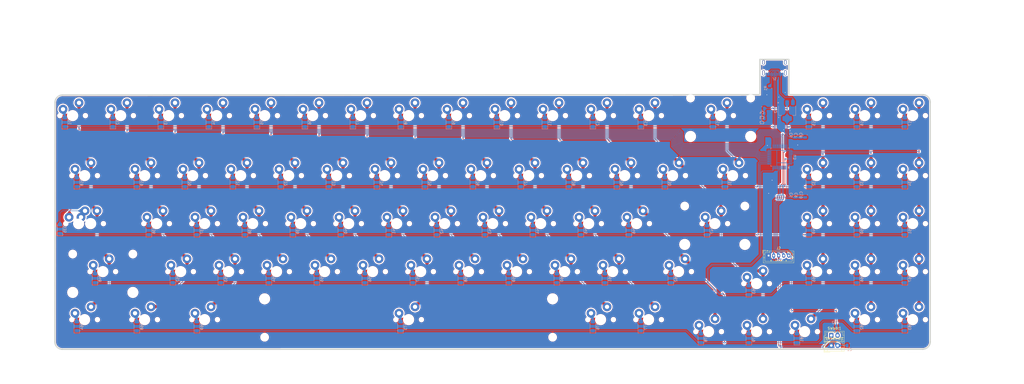
<source format=kicad_pcb>
(kicad_pcb (version 20240706) (generator "pcbnew") (generator_version "8.99")
  (layers (0 "F.Cu" signal) (31 "B.Cu" signal) (34 "B.Paste" user) (35 "F.Paste" user) (36 "B.SilkS" user "B.Silkscreen") (37 "F.SilkS" user "F.Silkscreen") (38 "B.Mask" user) (39 "F.Mask" user) (44 "Edge.Cuts" user))
  (net 0 "")
  (net 1 "GND")
  (net 2 "RST")
  (net 3 "+3.3V")
  (net 4 "Net-(D1-A)")
  (net 5 "R0")
  (net 6 "Net-(D2-A)")
  (net 7 "Net-(D3-A)")
  (net 8 "Net-(D4-A)")
  (net 9 "Net-(D5-A)")
  (net 10 "Net-(D6-A)")
  (net 11 "Net-(D7-A)")
  (net 12 "Net-(D8-A)")
  (net 13 "Net-(D9-A)")
  (net 14 "Net-(D10-A)")
  (net 15 "Net-(D11-A)")
  (net 16 "Net-(D12-A)")
  (net 17 "Net-(D13-A)")
  (net 18 "Net-(D14-A)")
  (net 19 "Net-(D15-A)")
  (net 20 "Net-(D16-A)")
  (net 21 "Net-(D17-A)")
  (net 22 "R1")
  (net 23 "Net-(D18-A)")
  (net 24 "Net-(D19-A)")
  (net 25 "Net-(D20-A)")
  (net 26 "Net-(D21-A)")
  (net 27 "Net-(D22-A)")
  (net 28 "Net-(D23-A)")
  (net 29 "Net-(D24-A)")
  (net 30 "Net-(D25-A)")
  (net 31 "Net-(D26-A)")
  (net 32 "Net-(D27-A)")
  (net 33 "Net-(D28-A)")
  (net 34 "Net-(D29-A)")
  (net 35 "Net-(D30-A)")
  (net 36 "Net-(D31-A)")
  (net 37 "Net-(D32-A)")
  (net 38 "Net-(D33-A)")
  (net 39 "Net-(D34-A)")
  (net 40 "Net-(D35-A)")
  (net 41 "R2")
  (net 42 "Net-(D36-A)")
  (net 43 "Net-(D37-A)")
  (net 44 "Net-(D38-A)")
  (net 45 "Net-(D39-A)")
  (net 46 "Net-(D40-A)")
  (net 47 "Net-(D41-A)")
  (net 48 "Net-(D42-A)")
  (net 49 "Net-(D43-A)")
  (net 50 "Net-(D44-A)")
  (net 51 "Net-(D45-A)")
  (net 52 "Net-(D46-A)")
  (net 53 "Net-(D47-A)")
  (net 54 "R3")
  (net 55 "Net-(D48-A)")
  (net 56 "Net-(D49-A)")
  (net 57 "Net-(D50-A)")
  (net 58 "Net-(D51-A)")
  (net 59 "Net-(D52-A)")
  (net 60 "Net-(D53-A)")
  (net 61 "Net-(D54-A)")
  (net 62 "Net-(D55-A)")
  (net 63 "Net-(D56-A)")
  (net 64 "Net-(D57-A)")
  (net 65 "Net-(D58-A)")
  (net 66 "Net-(D59-A)")
  (net 67 "Net-(D60-A)")
  (net 68 "Net-(D61-A)")
  (net 69 "Net-(D62-A)")
  (net 70 "Net-(D63-A)")
  (net 71 "R4")
  (net 72 "Net-(D64-A)")
  (net 73 "Net-(D65-A)")
  (net 74 "Net-(D66-A)")
  (net 75 "Net-(D67-A)")
  (net 76 "Net-(D68-A)")
  (net 77 "Net-(D69-A)")
  (net 78 "Net-(D73-A)")
  (net 79 "Net-(D76-A)")
  (net 80 "Net-(D77-A)")
  (net 81 "Net-(D78-A)")
  (net 82 "Net-(D79-A)")
  (net 83 "Net-(D81-A)")
  (net 84 "Net-(D82-A)")
  (net 85 "Net-(D83-A)")
  (net 86 "DIO")
  (net 87 "CLK")
  (net 88 "Net-(J1-CC1)")
  (net 89 "boot")
  (net 90 "C0")
  (net 91 "C1")
  (net 92 "C2")
  (net 93 "C3")
  (net 94 "C4")
  (net 95 "C5")
  (net 96 "C6")
  (net 97 "C7")
  (net 98 "C8")
  (net 99 "C9")
  (net 100 "C10")
  (net 101 "C11")
  (net 102 "C12")
  (net 103 "C13")
  (net 104 "C14")
  (net 105 "C15")
  (net 106 "C16")
  (net 107 "+5V")
  (net 120 "D+")
  (net 121 "D-")
  (footprint "MX_cherry:MXOnly-1U_N" (layer "F.Cu") (at 479.67 122.09)
    (property "Reference" "SW6" (hide yes))
    (property "Value" "SW_Push" (hide yes))
  )
  (footprint "MX_cherry:MXOnly-1U_N" (layer "F.Cu") (at 441.57 122.09)
    (property "Reference" "SW4" (hide yes))
    (property "Value" "SW_Push" (hide yes))
  )
  (footprint "MX_cherry:MXOnly-1U_N" (layer "F.Cu") (at 584.445 145.9025)
    (property "Reference" "SW28" (hide yes))
    (property "Value" "SW_Push" (hide yes))
  )
  (footprint "MX_cherry:MXOnly-1U_N" (layer "F.Cu") (at 593.97 203.0525)
    (property "Reference" "SW76" (hide yes))
    (property "Value" "SW_Push" (hide yes))
  )
  (footprint "MX_cherry:MXOnly-1.75U_N" (layer "F.Cu") (at 624.9265 184.0025)
    (property "Reference" "SW62" (hide yes))
    (property "Value" "SW_Push" (hide yes))
  )
  (footprint "MX_cherry:MXOnly-1U_N" (layer "F.Cu") (at 417.7575 164.9525)
    (property "Reference" "SW36" (hide yes))
    (property "Value" "SW_Push" (hide yes))
  )
  (footprint "MX_cherry:MXOnly-1U_N" (layer "F.Cu") (at 698.745 122.09)
    (property "Reference" "SW16" (hide yes))
    (property "Value" "SW_Push" (hide yes))
  )
  (footprint "MX_cherry:MXOnly-1U_N" (layer "F.Cu") (at 489.195 145.9025)
    (property "Reference" "SW23" (hide yes))
    (property "Value" "SW_Push" (hide yes))
  )
  (footprint "MX_cherry:MXOnly-1U_N" (layer "F.Cu") (at 622.545 145.9025)
    (property "Reference" "SW30" (hide yes))
    (property "Value" "SW_Push" (hide yes))
  )
  (footprint "MX_cherry:MXOnly-1U_N" (layer "F.Cu") (at 470.145 145.9025)
    (property "Reference" "SW22" (hide yes))
    (property "Value" "SW_Push" (hide yes))
  )
  (footprint "MX_cherry:MXOnly-1U_N" (layer "F.Cu") (at 679.695 145.9025)
    (property "Reference" "SW32" (hide yes))
    (property "Value" "SW_Push" (hide yes))
  )
  (footprint "MX_cherry:MXOnly-1U_N" (layer "F.Cu") (at 574.92 122.09)
    (property "Reference" "SW11" (hide yes))
    (property "Value" "SW_Push" (hide yes))
  )
  (footprint "MX_cherry:MXOnly-1U_N" (layer "F.Cu") (at 432.045 145.9025)
    (property "Reference" "SW20" (hide yes))
    (property "Value" "SW_Push" (hide yes))
  )
  (footprint "MX_cherry:MXOnly-1U_N" (layer "F.Cu") (at 717.795 145.9025)
    (property "Reference" "SW34" (hide yes))
    (property "Value" "SW_Push" (hide yes))
  )
  (footprint "MX_cherry:MXOnly-1U_N" (layer "F.Cu") (at 551.1075 164.9525)
    (property "Reference" "SW43" (hide yes))
    (property "Value" "SW_Push" (hide yes))
  )
  (footprint "MX_cherry:MXOnly-2.25U_N" (layer "F.Cu") (at 396.4006 184.0025)
    (property "Reference" "SW48" (hide yes))
    (property "Value" "SW_Push" (hide yes))
  )
  (footprint "MX_cherry:MXOnly-1U_N" (layer "F.Cu") (at 422.52 122.09)
    (property "Reference" "SW3" (hide yes))
    (property "Value" "SW_Push" (hide yes))
  )
  (footprint "MX_cherry:MXOnly-1U_N" (layer "F.Cu") (at 503.4825 184.0025)
    (property "Reference" "SW56" (hide yes))
    (property "Value" "SW_Push" (hide yes))
  )
  (footprint "MX_cherry:MXOnly-1U_N" (layer "F.Cu") (at 655.8825 188.765)
    (property "Reference" "SW63" (hide yes))
    (property "Value" "SW_Push" (hide yes))
  )
  (footprint "MX_cherry:MXOnly-1U_N" (layer "F.Cu") (at 698.745 164.9525)
    (property "Reference" "SW50" (hide yes))
    (property "Value" "SW_Push" (hide yes))
  )
  (footprint "MX_cherry:MXOnly-1U_N" (layer "F.Cu") (at 493.9575 164.9525)
    (property "Reference" "SW40" (hide yes))
    (property "Value" "SW_Push" (hide yes))
  )
  (footprint "MX_cherry:MXOnly-1U_N" (layer "F.Cu") (at 460.62 122.09)
    (property "Reference" "SW5" (hide yes))
    (property "Value" "SW_Push" (hide yes))
  )
  (footprint "MX_cherry:MXOnly-1U_N" (layer "F.Cu") (at 570.1575 164.9525)
    (property "Reference" "SW44" (hide yes))
    (property "Value" "SW_Push" (hide yes))
  )
  (footprint "MX_cherry:MXOnly-1U_N" (layer "F.Cu") (at 679.695 122.09)
    (property "Reference" "SW15" (hide yes))
    (property "Value" "SW_Push" (hide yes))
  )
  (footprint "MX_cherry:MXOnly-1U_N" (layer "F.Cu") (at 598.7325 184.0025)
    (property "Reference" "SW61" (hide yes))
    (property "Value" "SW_Push" (hide yes))
  )
  (footprint "MX_cherry:MXOnly-1U_N" (layer "F.Cu") (at 603.495 145.9025)
    (property "Reference" "SW29" (hide yes))
    (property "Value" "SW_Push" (hide yes))
  )
  (footprint "MX_cherry:MXOnly-1U_N" (layer "F.Cu") (at 465.3825 184.0025)
    (property "Reference" "SW54" (hide yes))
    (property "Value" "SW_Push" (hide yes))
  )
  (footprint "MX_cherry:MXOnly-1U_N" (layer "F.Cu") (at 613.02 122.09)
    (property "Reference" "SW13" (hide yes))
    (property "Value" "SW_Push" (hide yes))
  )
  (footprint "Connector_JST:JST_PH_B5B-PH-K_1x05_P2.00mm_Vertical" (layer "F.Cu") (at 660.63 177.63)
    (property "Reference" "J2")
    (property "Value" "Conn_01x05_Socket")
  )
  (footprint "MX_cherry:MXOnly-1U_N" (layer "F.Cu") (at 717.795 203.0525)
    (property "Reference" "SW83" (hide yes))
    (property "Value" "SW_Push" (hide yes))
  )
  (footprint "MX_cherry:MXOnly-1.5U_N" (layer "F.Cu") (at 389.183 145.9025)
    (property "Reference" "SW18" (hide yes))
    (property "Value" "SW_Push" (hide yes))
  )
  (footprint "MX_cherry:MXOnly-1U_N" (layer "F.Cu") (at 674.9325 207.815)
    (property "Reference" "SW81" (hide yes))
    (property "Value" "SW_Push" (hide yes))
  )
  (footprint "MX_cherry:MXOnly-1U_N" (layer "F.Cu") (at 517.77 122.09)
    (property "Reference" "SW8" (hide yes))
    (property "Value" "SW_Push" (hide yes))
  )
  (footprint "MX_cherry:MXOnly-1U_N" (layer "F.Cu") (at 522.5325 184.0025)
    (property "Reference" "SW57" (hide yes))
    (property "Value" "SW_Push" (hide yes))
  )
  (footprint "MX_cherry:MXOnly-1U_N" (layer "F.Cu") (at 579.6825 184.0025)
    (property "Reference" "SW60" (hide yes))
    (property "Value" "SW_Push" (hide yes))
  )
  (footprint "MX_cherry:MXOnly-1U_N" (layer "F.Cu") (at 555.87 122.09)
    (property "Reference" "SW10" (hide yes))
    (property "Value" "SW_Push" (hide yes))
  )
  (footprint "MX_cherry:MXOnly-1U_N" (layer "F.Cu") (at 717.795 184.0025)
    (property "Reference" "SW67" (hide yes))
    (property "Value" "SW_Push" (hide yes))
  )
  (footprint "MX_cherry:MXOnly-1U_N" (layer "F.Cu") (at 508.245 145.9025)
    (property "Reference" "SW24" (hide yes))
    (property "Value" "SW_Push" (hide yes))
  )
  (footprint "MX_cherry:MXOnly-1.75U_N" (layer "F.Cu") (at 391.564 164.9525)
    (property "Reference" "SW35" (hide yes))
    (property "Value" "SW_Push" (hide yes))
  )
  (footprint "MX_cherry:MXOnly-1U_N" (layer "F.Cu") (at 613.02 203.0525)
    (property "Reference" "SW77" (hide yes))
    (property "Value" "SW_Push" (hide yes))
  )
  (footprint "Connector_JST:JST_EH_B2B-EH-A_1x02_P2.50mm_Vertical" (layer "F.Cu") (at 685.52 213.33)
    (property "Reference" "SWbôtrst1")
    (property "Value" "SW_Push")
  )
  (footprint "MX_cherry:MXOnly-1U_N" (layer "F.Cu") (at 679.695 184.0025)
    (property "Reference" "SW65" (hide yes))
    (property "Value" "SW_Push" (hide yes))
  )
  (footprint "MX_cherry:MXOnly-1U_N" (layer "F.Cu") (at 484.4325 184.0025)
    (property "Reference" "SW55" (hide yes))
    (property "Value" "SW_Push" (hide yes))
  )
  (footprint "MX_cherry:MXOnly-1U_N" (layer "F.Cu") (at 446.3325 184.0025)
    (property "Reference" "SW53" (hide yes))
    (property "Value" "SW_Push" (hide yes))
  )
  (footprint "MX_cherry:MXOnly-2.25U_N" (layer "F.Cu") (at 639.2881 164.9525)
    (property "Reference" "SW47" (hide yes))
    (property "Value" "SW_Push" (hide yes))
  )
  (footprint "MX_cherry:MXOnly-1U_N" (layer "F.Cu") (at 717.795 164.9525)
    (property "Reference" "SW51" (hide yes))
    (property "Value" "SW_Push" (hide yes))
  )
  (footprint "MX_cherry:MXOnly-7U-ReversedStabilizers_N" (layer "F.Cu") (at 517.77 203.0525)
    (property "Reference" "SW73" (hide yes))
    (property "Value" "SW_Push" (hide yes))
  )
  (footprint "MX_cherry:MXOnly-1U_N" (layer "F.Cu") (at 412.995 203.0525)
    (property "Reference" "SW68" (hide yes))
    (property "Value" "SW_Push" (hide yes))
  )
  (footprint "MX_cherry:MXOnly-1U_N" (layer "F.Cu") (at 513.0075 164.9525)
    (property "Reference" "SW41" (hide yes))
    (property "Value" "SW_Push" (hide yes))
  )
  (footprint "MX_cherry:MXOnly-1.5U_N" (layer "F.Cu") (at 389.183 203.0525)
    (property "Reference" "SW64" (hide yes))
    (property "Value" "SW_Push" (hide yes))
  )
  (footprint "MX_cherry:MXOnly-1U_N" (layer "F.Cu") (at 546.345 145.9025)
    (property "Reference" "SW26" (hide yes))
    (property "Value" "SW_Push" (hide yes))
  )
  (footprint "MX_cherry:MXOnly-1U_N" (layer "F.Cu") (at 593.97 122.09)
    (property "Reference" "SW12" (hide yes))
    (property "Value" "SW_Push" (hide yes))
  )
  (footprint "MX_cherry:MXOnly-1U_N" (layer "F.Cu") (at 636.8325 207.815)
    (property "Reference" "SW78" (hide yes))
    (property "Value" "SW_Push" (hide yes))
  )
  (footprint "MX_cherry:MXOnly-1U_N" (layer "F.Cu") (at 655.8825 207.815)
    (property "Reference" "SW79" (hide yes))
    (property "Value" "SW_Push" (hide yes))
  )
  (footprint "Connector_JST:JST_EH_B2B-EH-A_1x02_P2.50mm_Vertical" (layer "F.Cu") (at 685.51 209.32)
    (property "Reference" "SWbôt1")
    (property "Value" "SW_Push")
  )
  (footprint "MX_cherry:MXOnly-1.25U_N" (layer "F.Cu") (at 386.801 164.9525)
    (property "Reference" "SW70" (hide yes))
    (property "Value" "SW_Push" (hide yes))
  )
  (footprint "MX_cherry:MXOnly-1.5U_N" (layer "F.Cu") (at 436.808 203.0525)
    (property "Reference" "SW69" (hide yes))
    (property "Value" "SW_Push" (hide yes))
  )
  (footprint "MX_cherry:MXOnly-1U_N" (layer "F.Cu") (at 451.095 145.9025)
    (property "Reference" "SW21" (hide yes))
    (property "Value" "SW_Push" (hide yes))
  )
  (footprint "MX_cherry:MXOnly-1U_N" (layer "F.Cu") (at 698.745 203.0525)
    (property "Reference" "SW82" (hide yes))
    (property "Value" "SW_Push" (hide yes))
  )
  (footprint "MX_cherry:MXOnly-2U_N" (layer "F.Cu") (at 641.595 122.09)
    (property "Reference" "SW14" (hide yes))
    (property "Value" "SW_Push" (hide yes))
  )
  (footprint "MX_cherry:MXOnly-1U_N" (layer "F.Cu") (at 536.82 122.09)
    (property "Reference" "SW9" (hide yes))
    (property "Value" "SW_Push" (hide yes))
  )
  (footprint "MX_cherry:MXOnly-1U_N" (layer "F.Cu") (at 384.42 122.09)
    (property "Reference" "SW1" (hide yes))
    (property "Value" "SW_Push" (hide yes))
  )
  (footprint "MX_cherry:MXOnly-1U_N" (layer "F.Cu") (at 608.2575 164.9525)
    (property "Reference" "SW46" (hide yes))
    (property "Value" "SW_Push" (hide yes))
  )
  (footprint "MX_cherry:MXOnly-1U_N" (layer "F.Cu") (at 474.9075 164.9525)
    (property "Reference" "SW39" (hide yes))
    (property "Value" "SW_Push" (hide yes))
  )
  (footprint "MX_cherry:MXOnly-1U_N" (layer "F.Cu") (at 532.0575 164.9525)
    (property "Reference" "SW42" (hide yes))
    (property "Value" "SW_Push" (hide yes))
  )
  (footprint "MX_cherry:MXOnly-1U_N" (layer "F.Cu") (at 698.745 184.0025)
    (property "Reference" "SW66" (hide yes))
    (property "Value" "SW_Push" (hide yes))
  )
  (footprint "MX_cherry:MXOnly-1U_N" (layer "F.Cu") (at 717.795 122.09)
    (property "Reference" "SW17" (hide yes))
    (property "Value" "SW_Push" (hide yes))
  )
  (footprint "MX_cherry:MXOnly-1U_N" (layer "F.Cu") (at 589.2075 164.9525)
    (property "Reference" "SW45" (hide yes))
    (property "Value" "SW_Push" (hide yes))
  )
  (footprint "MX_cherry:MXOnly-1U_N" (layer "F.Cu") (at 679.695 164.9525)
    (property "Reference" "SW49" (hide yes))
    (property "Value" "SW_Push" (hide yes))
  )
  (footprint "MX_cherry:MXOnly-1U_N" (layer "F.Cu") (at 541.5825 184.0025)
    (property "Reference" "SW58" (hide yes))
    (property "Value" "SW_Push" (hide yes))
  )
  (footprint "MX_cherry:MXOnly-1U_N" (layer "F.Cu") (at 565.395 145.9025)
    (property "Reference" "SW27" (hide yes))
    (property "Value" "SW_Push" (hide yes))
  )
  (footprint "MX_cherry:MXOnly-1U_N" (layer "F.Cu") (at 527.295 145.9025)
    (property "Reference" "SW25" (hide yes))
    (property "Value" "SW_Push" (hide yes))
  )
  (footprint "MX_cherry:MXOnly-1U_N" (layer "F.Cu") (at 427.2825 184.0025)
    (property "Reference" "SW52" (hide yes))
    (property "Value" "SW_Push" (hide yes))
  )
  (footprint "MX_cherry:MXOnly-1U_N" (layer "F.Cu") (at 412.995 145.9025)
    (property "Reference" "SW19" (hide yes))
    (property "Value" "SW_Push" (hide yes))
  )
  (footprint "MX_cherry:MXOnly-1U_N" (layer "F.Cu") (at 436.8075 164.9525)
    (property "Reference" "SW37" (hide yes))
    (property "Value" "SW_Push" (hide yes))
  )
  (footprint "MX_cherry:MXOnly-1.5U_N" (layer "F.Cu") (at 646.358 145.9025)
    (property "Reference" "SW31" (hide yes))
    (property "Value" "SW_Push" (hide yes))
  )
  (footprint "MX_cherry:MXOnly-1U_N" (layer "F.Cu") (at 698.745 145.9025)
    (property "Reference" "SW33" (hide yes))
    (property "Value" "SW_Push" (hide yes))
  )
  (footprint "MX_cherry:MXOnly-1U_N" (layer "F.Cu") (at 560.6325 184.0025)
    (property "Reference" "SW59" (hide yes))
    (property "Value" "SW_Push" (hide yes))
  )
  (footprint "MX_cherry:MXOnly-1U_N" (layer "F.Cu") (at 498.72 122.09)
    (property "Reference" "SW7" (hide yes))
    (property "Value" "SW_Push" (hide yes))
  )
  (footprint "MX_cherry:MXOnly-1U_N" (layer "F.Cu") (at 455.8575 164.9525)
    (property "Reference" "SW38" (hide yes))
    (property "Value" "SW_Push" (hide yes))
  )
  (footprint "MX_cherry:MXOnly-1U_N" (layer "F.Cu") (at 403.47 122.09)
    (property "Reference" "SW2" (hide yes))
    (property "Value" "SW_Push" (hide yes))
  )
  (footprint "Diode_SMD:D_MiniMELF" (layer "B.Cu") (at 581.352499 148.547641 90)
    (property "Reference" "D28")
    (property "Value" "D_Small")
  )
  (footprint "Diode_SMD:D_MiniMELF" (layer "B.Cu") (at 538.489999 186.647641 90)
    (property "Reference" "D58")
    (property "Value" "D_Small")
  )
  (footprint "Diode_SMD:D_MiniMELF" (layer "B.Cu") (at 671.839999 210.460141 90)
    (property "Reference" "D81")
    (property "Value" "D_Small")
  )
  (footprint "Capacitor_SMD:C_0805_2012Metric" (layer "B.Cu") (at 657.98 123.245)
    (property "Reference" "C2")
    (property "Value" "4.7uF")
  )
  (footprint "Diode_SMD:D_MiniMELF" (layer "B.Cu") (at 509.914999 167.597641 90)
    (property "Reference" "D41")
    (property "Value" "D_Small")
  )
  (footprint "Diode_SMD:D_MiniMELF" (layer "B.Cu") (at 695.652499 148.547641 90)
    (property "Reference" "D33")
    (property "Value" "D_Small")
  )
  (footprint "Diode_SMD:D_MiniMELF" (layer "B.Cu") (at 714.702499 124.735141 90)
    (property "Reference" "D17")
    (property "Value" "D_Small")
  )
  (footprint "Diode_SMD:D_MiniMELF" (layer "B.Cu") (at 386.090499 148.547641 90)
    (property "Reference" "D18")
    (property "Value" "D_Small")
  )
  (footprint "Diode_SMD:D_MiniMELF" (layer "B.Cu") (at 552.777499 124.735141 90)
    (property "Reference" "D10")
    (property "Value" "D_Small")
  )
  (footprint "Diode_SMD:D_MiniMELF" (layer "B.Cu") (at 714.702499 148.547641 90)
    (property "Reference" "D34")
    (property "Value" "D_Small")
  )
  (footprint "Diode_SMD:D_MiniMELF" (layer "B.Cu") (at 543.252499 148.547641 90)
    (property "Reference" "D26")
    (property "Value" "D_Small")
  )
  (footprint "Diode_SMD:D_MiniMELF" (layer "B.Cu") (at 514.677499 124.735141 90)
    (property "Reference" "D8")
    (property "Value" "D_Small")
  )
  (footprint "Diode_SMD:D_MiniMELF" (layer "B.Cu") (at 424.189999 186.647641 90)
    (property "Reference" "D52")
    (property "Value" "D_Small")
  )
  (footprint "Capacitor_SMD:C_0805_2012Metric" (layer "B.Cu") (at 692.79 213.29)
    (property "Reference" "C1")
    (property "Value" "4.7uF")
  )
  (footprint "Diode_SMD:D_MiniMELF" (layer "B.Cu") (at 533.727499 124.735141 90)
    (property "Reference" "D9")
    (property "Value" "D_Small")
  )
  (footprint "Diode_SMD:D_MiniMELF" (layer "B.Cu") (at 438.477499 124.735141 90)
    (property "Reference" "D4")
    (property "Value" "D_Small")
  )
  (footprint "Diode_SMD:D_MiniMELF" (layer "B.Cu") (at 476.577499 124.735141 90)
    (property "Reference" "D6")
    (property "Value" "D_Small")
  )
  (footprint "Capacitor_SMD:C_0805_2012Metric" (layer "B.Cu") (at 671.285 153.59 -90)
    (property "Reference" "C5")
    (property "Value" "4.7uF")
  )
  (footprint "Diode_SMD:D_MiniMELF" (layer "B.Cu") (at 495.627499 124.735141 90)
    (property "Reference" "D7")
    (property "Value" "D_Small")
  )
  (footprint "Capacitor_SMD:C_0805_2012Metric" (layer "B.Cu") (at 673.185 129.81 -90)
    (property "Reference" "C7")
    (property "Value" "100nF")
  )
  (footprint "Diode_SMD:D_MiniMELF" (layer "B.Cu") (at 486.102499 148.547641 90)
    (property "Reference" "D23")
    (property "Value" "D_Small")
  )
  (footprint "Diode_SMD:D_MiniMELF" (layer "B.Cu") (at 652.789999 210.460141 90)
    (property "Reference" "D79")
    (property "Value" "D_Small")
  )
  (footprint "Diode_SMD:D_MiniMELF" (layer "B.Cu") (at 528.964999 167.597641 90)
    (property "Reference" "D42")
    (property "Value" "D_Small")
  )
  (footprint "Diode_SMD:D_MiniMELF" (layer "B.Cu") (at 609.927499 124.735141 90)
    (property "Reference" "D13")
    (property "Value" "D_Small")
  )
  (footprint "Diode_SMD:D_MiniMELF" (layer "B.Cu") (at 621.833999 186.647641 90)
    (property "Reference" "D62")
    (property "Value" "D_Small")
  )
  (footprint "Diode_SMD:D_MiniMELF" (layer "B.Cu") (at 381.327499 124.735141 90)
    (property "Reference" "D1")
    (property "Value" "D_Small")
  )
  (footprint "Resistor_SMD:R_0805_2012Metric" (layer "B.Cu") (at 686.66 205.92 180)
    (property "Reference" "R2")
    (property "Value" "R_Small")
  )
  (footprint "Diode_SMD:D_MiniMELF" (layer "B.Cu") (at 595.639999 186.647641 90)
    (property "Reference" "D61")
    (property "Value" "D_Small")
  )
  (footprint "Diode_SMD:D_MiniMELF" (layer "B.Cu") (at 400.377499 124.735141 90)
    (property "Reference" "D2")
    (property "Value" "D_Small")
  )
  (footprint "Diode_SMD:D_MiniMELF" (layer "B.Cu") (at 467.052499 148.547641 90)
    (property "Reference" "D22")
    (property "Value" "D_Small")
  )
  (footprint "Diode_SMD:D_MiniMELF" (layer "B.Cu") (at 514.58 205.697641 90)
    (property "Reference" "D73")
    (property "Value" "D_Small")
  )
  (footprint "Diode_SMD:D_MiniMELF" (layer "B.Cu") (at 462.289999 186.647641 90)
    (property "Reference" "D54")
    (property "Value" "D_Small")
  )
  (footprint "Diode_SMD:D_MiniMELF" (layer "B.Cu") (at 695.652499 205.697641 90)
    (property "Reference" "D82")
    (property "Value" "D_Small")
  )
  (footprint "Diode_SMD:D_MiniMELF" (layer "B.Cu") (at 471.814999 167.597641 90)
    (property "Reference" "D39")
    (property "Value" "D_Small")
  )
  (footprint "Diode_SMD:D_MiniMELF" (layer "B.Cu") (at 490.864999 167.597641 90)
    (property "Reference" "D40")
    (property "Value" "D_Small")
  )
  (footprint "Diode_SMD:D_MiniMELF" (layer "B.Cu") (at 676.602499 167.597641 90)
    (property "Reference" "D49")
    (property "Value" "D_Small")
  )
  (footprint "Diode_SMD:D_MiniMELF" (layer "B.Cu") (at 590.877499 124.735141 90)
    (property "Reference" "D12")
    (property "Value" "D_Small")
  )
  (footprint "Diode_SMD:D_MiniMELF" (layer "B.Cu") (at 714.702499 186.647641 90)
    (property "Reference" "D67")
    (property "Value" "D_Small")
  )
  (footprint "Diode_SMD:D_MiniMELF" (layer "B.Cu") (at 562.302499 148.547641 90)
    (property "Reference" "D27")
    (property "Value" "D_Small")
  )
  (footprint "Diode_SMD:D_MiniMELF" (layer "B.Cu") (at 524.202499 148.547641 90)
    (property "Reference" "D25")
    (property "Value" "D_Small")
  )
  (footprint "Diode_SMD:D_MiniMELF" (layer "B.Cu") (at 586.114999 167.597641 90)
    (property "Reference" "D45")
    (property "Value" "D_Small")
  )
  (footprint "Diode_SMD:D_MiniMELF" (layer "B.Cu") (at 409.902499 205.697641 90)
    (property "Reference" "D68")
    (property "Value" "D_Small")
  )
  (footprint "Diode_SMD:D_MiniMELF" (layer "B.Cu") (at 638.502499 124.735141 90)
    (property "Reference" "D14")
    (property "Value" "D_Small")
  )
  (footprint "Capacitor_SMD:C_0805_2012Metric" (layer "B.Cu") (at 671.22 129.81 -90)
    (property "Reference" "C6")
    (property "Value" "100nF")
  )
  (footprint "Diode_SMD:D_MiniMELF" (layer "B.Cu") (at 676.602499 148.547641 90)
    (property "Reference" "D32")
    (property "Value" "D_Small")
  )
  (footprint "Capacitor_SMD:C_0805_2012Metric" (layer "B.Cu") (at 657.98 121.25)
    (property "Reference" "C3")
    (property "Value" "100nF")
  )
  (footprint "Diode_SMD:D_MiniMELF" (layer "B.Cu") (at 571.827499 124.735141 90)
    (property "Reference" "D11")
    (property "Value" "D_Small")
  )
  (footprint "Diode_SMD:D_MiniMELF" (layer "B.Cu") (at 636.195599 167.597641 90)
    (property "Reference" "D47")
    (property "Value" "D_Small")
  )
  (footprint "Diode_SMD:D_MiniMELF" (layer "B.Cu") (at 567.064999 167.597641 90)
    (property "Reference" "D44")
    (property "Value" "D_Small")
  )
  (footprint "Diode_SMD:D_MiniMELF" (layer "B.Cu") (at 428.952499 148.547641 90)
    (property "Reference" "D20")
    (property "Value" "D_Small")
  )
  (footprint "Diode_SMD:D_MiniMELF" (layer "B.Cu") (at 633.739999 210.460141 90)
    (property "Reference" "D78")
    (property "Value" "D_Small")
  )
  (footprint "Diode_SMD:D_MiniMELF" (layer "B.Cu") (at 419.427499 124.735141 90)
    (property "Reference" "D3")
    (property "Value" "D_Small")
  )
  (footprint "Diode_SMD:D_MiniMELF" (layer "B.Cu") (at 379.39 167.1375 90)
    (property "Reference" "D35")
    (property "Value" "D_Small")
  )
  (footprint "Capacitor_SMD:C_0805_2012Metric" (layer "B.Cu") (at 673.255 153.585 -90)
    (property "Reference" "C9")
    (property "Value" "100nF")
  )
  (footprint "Diode_SMD:D_MiniMELF" (layer "B.Cu") (at 452.764999 167.597641 90)
    (property "Reference" "D38")
    (property "Value" "D_Small")
  )
  (footprint "Diode_SMD:D_MiniMELF" (layer "B.Cu") (at 619.452499 148.547641 90)
    (property "Reference" "D30")
    (property "Value" "D_Small")
  )
  (footprint "Diode_SMD:D_MiniMELF" (layer "B.Cu") (at 414.664999 167.597641 90)
    (property "Reference" "D36")
    (property "Value" "D_Small")
  )
  (footprint "Diode_SMD:D_MiniMELF" (layer "B.Cu") (at 676.602499 186.647641 90)
    (property "Reference" "D65")
    (property "Value" "D_Small")
  )
  (footprint "Diode_SMD:D_MiniMELF" (layer "B.Cu") (at 600.402499 148.547641 90)
    (property "Reference" "D29")
    (property "Value" "D_Small")
  )
  (footprint "Diode_SMD:D_MiniMELF" (layer "B.Cu") (at 548.014999 167.597641 90)
    (property "Reference" "D43")
    (property "Value" "D_Small")
  )
  (footprint "Diode_SMD:D_MiniMELF" (layer "B.Cu") (at 481.339999 186.647641 90)
    (property "Reference" "D55")
    (property "Value" "D_Small")
  )
  (footprint "Resistor_SMD:R_0805_2012Metric" (layer "B.Cu") (at 661.06 111.25 -90)
    (property "Reference" "R1")
    (property "Value" "R_Small")
  )
  (footprint "Diode_SMD:D_MiniMELF" (layer "B.Cu") (at 519.439999 186.647641 90)
    (property "Reference" "D57")
    (property "Value" "D_Small")
  )
  (footprint "Diode_SMD:D_MiniMELF" (layer "B.Cu") (at 609.927499 205.697641 90)
    (property "Reference" "D77")
    (property "Value" "D_Small")
  )
  (footprint "Diode_SMD:D_MiniMELF" (layer "B.Cu") (at 714.702499 167.597641 90)
    (property "Reference" "D51")
    (property "Value" "D_Small")
  )
  (footprint "Diode_SMD:D_MiniMELF" (layer "B.Cu") (at 393.308099 186.647641 90)
    (property "Reference" "D48")
    (property "Value" "D_Small")
  )
  (footprint "Diode_SMD:D_MiniMELF" (layer "B.Cu") (at 505.152499 148.547641 90)
    (property "Reference" "D24")
    (property "Value" "D_Small")
  )
  (footprint "Diode_SMD:D_MiniMELF" (layer "B.Cu") (at 605.164999 167.597641 90)
    (property "Reference" "D46")
    (property "Value" "D_Small")
  )
  (footprint "Diode_SMD:D_MiniMELF" (layer "B.Cu") (at 695.652499 167.597641 90)
    (property "Reference" "D50")
    (property "Value" "D_Small")
  )
  (footprint "Capacitor_SMD:C_0805_2012Metric" (layer "B.Cu") (at 657.965 119.245)
    (property "Reference" "C4")
    (property "Value" "4.7uF")
  )
  (footprint "Diode_SMD:D_MiniMELF" (layer "B.Cu") (at 457.527499 124.735141 90)
    (property "Reference" "D5")
    (property "Value" "D_Small")
  )
  (footprint "Connector_USB:USB_C_Receptacle_GCT_USB4105-xx-A_16P_TopMnt_Horizontal" (layer "B.Cu") (at 662.9525 102.0025)
    (property "Reference" "J1")
    (property "Value" "USB_C_Receptacle_USB2.0_16P")
  )
  (footprint "Capacitor_SMD:C_0805_2012Metric" (layer "B.Cu") (at 675.15 129.805 -90)
    (property "Reference" "C8")
    (property "Value" "4.7uF")
  )
  (footprint "Capacitor_SMD:C_0805_2012Metric" (layer "B.Cu") (at 675.23 153.585 -90)
    (property "Reference" "C10")
    (property "Value" "4.7uF")
  )
  (footprint "Diode_SMD:D_MiniMELF" (layer "B.Cu") (at 590.877499 205.697641 90)
    (property "Reference" "D76")
    (property "Value" "D_Small")
  )
  (footprint "Diode_SMD:D_MiniMELF" (layer "B.Cu") (at 443.239999 186.647641 90)
    (property "Reference" "D53")
    (property "Value" "D_Small")
  )
  (footprint "Diode_SMD:D_MiniMELF" (layer "B.Cu") (at 695.652499 124.735141 90)
    (property "Reference" "D16")
    (property "Value" "D_Small")
  )
  (footprint "Package_QFP:LQFP-48_7x7mm_P0.5mm" (layer "B.Cu") (at 665.15 138.56 90)
    (property "Reference" "U3")
    (property "Value" "STM32F072-LQFP48")
  )
  (footprint "Diode_SMD:D_MiniMELF" (layer "B.Cu") (at 433.715499 205.697641 90)
    (property "Reference" "D69")
    (property "Value" "D_Small")
  )
  (footprint "Diode_SMD:D_MiniMELF" (layer "B.Cu") (at 676.602499 124.735141 90)
    (property "Reference" "D15")
    (property "Value" "D_Small")
  )
  (footprint "Diode_SMD:D_MiniMELF" (layer "B.Cu") (at 576.589999 186.647641 90)
    (property "Reference" "D60")
    (property "Value" "D_Small")
  )
  (footprint "Diode_SMD:D_MiniMELF" (layer "B.Cu") (at 433.714999 167.597641 90)
    (property "Reference" "D37")
    (property "Value" "D_Small")
  )
  (footprint "Diode_SMD:D_MiniMELF" (layer "B.Cu") (at 652.789999 191.410141 90)
    (property "Reference" "D63")
    (property "Value" "D_Small")
  )
  (footprint "Diode_SMD:D_MiniMELF" (layer "B.Cu") (at 409.902499 148.547641 90)
    (property "Reference" "D19")
    (property "Value" "D_Small")
  )
  (footprint "Package_TO_SOT_SMD:SOT-223-3_TabPin2" (layer "B.Cu") (at 667.99 120.11 -90)
    (property "Reference" "U2")
    (property "Value" "AMS1117")
  )
  (footprint "Diode_SMD:D_MiniMELF" (layer "B.Cu") (at 500.389999 186.647641 90)
    (property "Reference" "D56")
    (property "Value" "D_Small")
  )
  (footprint "Diode_SMD:D_MiniMELF" (layer "B.Cu") (at 714.702499 205.697641 90)
    (property "Reference" "D83")
    (property "Value" "D_Small")
  )
  (footprint "Diode_SMD:D_MiniMELF" (layer "B.Cu") (at 386.090499 205.697641 90)
    (property "Reference" "D64")
    (property "Value" "D_Small")
  )
  (footprint "Diode_SMD:D_MiniMELF" (layer "B.Cu") (at 448.002499 148.547641 90)
    (property "Reference" "D21")
    (property "Value" "D_Small")
  )
  (footprint "Diode_SMD:D_MiniMELF" (layer "B.Cu") (at 695.652499 186.647641 90)
    (property "Reference" "D66")
    (property "Value" "D_Small")
  )
  (footprint "Diode_SMD:D_MiniMELF" (layer "B.Cu") (at 643.265499 148.547641 90)
    (property "Reference" "D31")
    (property "Value" "D_Small")
  )
  (footprint "Diode_SMD:D_MiniMELF" (layer "B.Cu") (at 557.539999 186.647641 90)
    (property "Reference" "D59")
    (property "Value" "D_Small")
  )
  (gr_line (start 721.7875 113.7625) (end 721.955896 113.764861) (stroke (width 0.5)) (layer "Edge.Cuts"))
  (gr_line (start 377.4275 116.9025) (end 377.42986 116.73414) (stroke (width 0.5)) (layer "Edge.Cuts"))
  (gr_arc (start 724.79514 211.950825) (mid 723.860469 213.963865) (end 721.797499 214.7825) (stroke (width 0.5)) (layer "Edge.Cuts"))
  (gr_line (start 668.6875 99.7925) (end 668.7075 113.7625) (stroke (width 0.5)) (layer "Edge.Cuts"))
  (gr_arc (start 721.955896 113.764861) (mid 723.968889 114.699554) (end 724.787499 116.762499) (stroke (width 0.5)) (layer "Edge.Cuts"))
  (gr_line (start 380.428247 113.9025) (end 657.187533 113.7625) (stroke (width 0.5)) (layer "Edge.Cuts"))
  (gr_arc (start 377.42986 116.73414) (mid 378.364821 114.720861) (end 380.428247 113.9025) (stroke (width 0.5)) (layer "Edge.Cuts"))
  (gr_line (start 721.797499 214.7825) (end 721.7975 214.7825) (stroke (width 0.5)) (layer "Edge.Cuts"))
  (gr_line (start 668.7075 113.7625) (end 721.7875 113.7625) (stroke (width 0.5)) (layer "Edge.Cuts"))
  (gr_line (start 724.7875 116.7625) (end 724.7975 211.7825) (stroke (width 0.5)) (layer "Edge.Cuts"))
  (gr_line (start 377.377499 211.835141) (end 377.4275 116.9025) (stroke (width 0.5)) (layer "Edge.Cuts"))
  (gr_line (start 721.7975 214.7825) (end 380.3775 214.8325) (stroke (width 0.5)) (layer "Edge.Cuts"))
  (gr_line (start 724.7975 211.7825) (end 724.79514 211.950825) (stroke (width 0.5)) (layer "Edge.Cuts"))
  (gr_line (start 724.787499 116.762499) (end 724.7875 116.7625) (stroke (width 0.5)) (layer "Edge.Cuts"))
  (gr_line (start 380.3775 214.8325) (end 380.209163 214.83014) (stroke (width 0.5)) (layer "Edge.Cuts"))
  (gr_arc (start 380.209163 214.83014) (mid 378.197033 213.896418) (end 377.377499 211.835141) (stroke (width 0.5)) (layer "Edge.Cuts"))
  (gr_line (start 657.1975 99.7825) (end 668.6875 99.7925) (stroke (width 0.5)) (layer "Edge.Cuts"))
  (gr_line (start 657.187533 113.7625) (end 657.1975 99.7825) (stroke (width 0.5)) (layer "Edge.Cuts"))
  (via (at 672.19 133.74) (size 0.6) (drill 0.3) (layers "F.Cu" "B.Cu") (net 1))
  (via (at 669.18 128.09) (size 0.6) (drill 0.3) (layers "F.Cu" "B.Cu") (net 1))
  (via (at 662.03 147.72) (size 0.6) (drill 0.3) (layers "F.Cu" "B.Cu") (net 1))
  (via (at 660.68 152.94) (size 0.6) (drill 0.3) (layers "F.Cu" "B.Cu") (net 1))
  (via (at 664.67 114.74) (size 0.6) (drill 0.3) (layers "F.Cu" "B.Cu") (net 1))
  (via (at 667.23 112.91) (size 0.6) (drill 0.3) (layers "F.Cu" "B.Cu") (net 1))
  (via (at 660.15 133.94) (size 0.6) (drill 0.3) (layers "F.Cu" "B.Cu") (net 1))
  (via (at 659.95 113.82) (size 0.6) (drill 0.3) (layers "F.Cu" "B.Cu") (net 1))
  (via (at 666.62 127.7) (size 0.6) (drill 0.3) (layers "F.Cu" "B.Cu") (net 1))
  (via (at 664.65 122.78) (size 0.6) (drill 0.3) (layers "F.Cu" "B.Cu") (net 1))
  (segment (start 671.01 140.81) (end 671.05 140.85) (width 0.2) (layer "B.Cu") (net 1))
  (segment (start 664.4 142.7225) (end 664.4 144) (width 0.2) (layer "B.Cu") (net 1))
  (segment (start 659.4 136.31) (end 659.07 135.98) (width 0.2) (layer "B.Cu") (net 1))
  (segment (start 667.4 129.06) (end 666.9 128.56) (width 0.2) (layer "B.Cu") (net 1))
  (segment (start 667.4 134.3975) (end 667.4 129.06) (width 0.2) (layer "B.Cu") (net 1))
  (segment (start 669.3125 140.81) (end 671.01 140.81) (width 0.2) (layer "B.Cu") (net 1))
  (segment (start 664.4 144) (end 664.07 144.33) (width 0.2) (layer "B.Cu") (net 1))
  (segment (start 660.9875 136.31) (end 659.4 136.31) (width 0.2) (layer "B.Cu") (net 1))
  (segment (start 664.099265 155.169265) (end 664.099265 153.959265) (width 0.2) (layer "F.Cu") (net 2))
  (segment (start 664.099265 153.959265) (end 664.08 153.94) (width 0.2) (layer "F.Cu") (net 2))
  (segment (start 664.63 213.19) (end 664.78 213.34) (width 0.2) (layer "F.Cu") (net 2))
  (segment (start 664.63 177.63) (end 664.63 213.19) (width 0.2) (layer "F.Cu") (net 2))
  (via (at 664.08 153.94) (size 0.6) (drill 0.3) (layers "F.Cu" "B.Cu") (net 2))
  (via (at 664.099265 155.169265) (size 0.6) (drill 0.3) (layers "F.Cu" "B.Cu") (net 2))
  (via (at 664.78 213.34) (size 0.6) (drill 0.3) (layers "F.Cu" "B.Cu") (net 2))
  (segment (start 664.099265 155.452109) (end 663.03 156.521374) (width 0.2) (layer "B.Cu") (net 2))
  (segment (start 684.685256 212.03) (end 686.72 212.03) (width 0.2) (layer "B.Cu") (net 2))
  (segment (start 664.78 213.34) (end 683.375256 213.34) (width 0.2) (layer "B.Cu") (net 2))
  (segment (start 683.375256 213.34) (end 684.685256 212.03) (width 0.2) (layer "B.Cu") (net 2))
  (segment (start 664.9 142.7225) (end 664.9 153.12) (width 0.2) (layer "B.Cu") (net 2))
  (segment (start 664.9 153.12) (end 664.08 153.94) (width 0.2) (layer "B.Cu") (net 2))
  (segment (start 688.06 213.29) (end 688.02 213.33) (width 0.2) (layer "B.Cu") (net 2))
  (segment (start 664.099265 155.169265) (end 664.099265 155.452109) (width 0.2) (layer "B.Cu") (net 2))
  (segment (start 663.03 156.521374) (end 663.03 175.42) (width 0.2) (layer "B.Cu") (net 2))
  (segment (start 663.03 175.42) (end 664.63 177.02) (width 0.2) (layer "B.Cu") (net 2))
  (segment (start 686.72 212.03) (end 688.02 213.33) (width 0.2) (layer "B.Cu") (net 2))
  (segment (start 664.63 177.02) (end 664.63 177.63) (width 0.2) (layer "B.Cu") (net 2))
  (segment (start 691.84 213.29) (end 688.06 213.29) (width 0.2) (layer "B.Cu") (net 2))
  (segment (start 665.38 179.14) (end 665.46 179.06) (width 0.2) (layer "F.Cu") (net 3))
  (segment (start 665.38 213.95) (end 665.38 179.14) (width 0.2) (layer "F.Cu") (net 3))
  (segment (start 685.51 209.32) (end 685.51 210.44) (width 0.2) (layer "F.Cu") (net 3))
  (segment (start 662.395 119.3) (end 667.99 119.3) (width 0.2) (layer "F.Cu") (net 3))
  (segment (start 685.51 210.44) (end 682.28 213.67) (width 0.2) (layer "F.Cu") (net 3))
  (segment (start 682.28 213.67) (end 682.28 213.988287) (width 0.2) (layer "F.Cu") (net 3))
  (segment (start 662.265 119.17) (end 662.395 119.3) (width 0.2) (layer "F.Cu") (net 3))
  (segment (start 665.36 213.97) (end 665.38 213.95) (width 0.2) (layer "F.Cu") (net 3))
  (via (at 682.28 213.988287) (size 0.6) (drill 0.3) (layers "F.Cu" "B.Cu") (net 3))
  (via (at 662.265 119.17) (size 0.6) (drill 0.3) (layers "F.Cu" "B.Cu") (net 3))
  (via (at 667.99 119.3) (size 0.6) (drill 0.3) (layers "F.Cu" "B.Cu") (net 3))
  (via (at 665.36 213.97) (size 0.6) (drill 0.3) (layers "F.Cu" "B.Cu") (net 3))
  (via (at 665.46 179.06) (size 0.6) (drill 0.3) (layers "F.Cu" "B.Cu") (net 3))
  (segment (start 669.3125 141.31) (end 668.26 141.31) (width 0.2) (layer "B.Cu") (net 3))
  (segment (start 667.9 140.99) (end 667.71 140.8) (width 0.2) (layer "B.Cu") (net 3))
  (segment (start 671.22 130.76) (end 673.185 130.76) (width 0.2) (layer "B.Cu") (net 3))
  (segment (start 665.46 179.06) (end 662.81 179.06) (width 0.2) (layer "B.Cu") (net 3))
  (segment (start 667.9 141.67) (end 667.9 142.7225) (width 0.2) (layer "B.Cu") (net 3))
  (segment (start 663.88 154.54) (end 668.99 154.54) (width 0.2) (layer "B.Cu") (net 3))
  (segment (start 662.81 179.06) (end 662.63 178.88) (width 0.2) (layer "B.Cu") (net 3))
  (segment (start 667.99 123.26) (end 667.99 129.81) (width 0.2) (layer "B.Cu") (net 3))
  (segment (start 660.9875 135.81) (end 661.0075 135.83) (width 0.2) (layer "B.Cu") (net 3))
  (segment (start 663.97 140.8) (end 663.9 140.73) (width 0.2) (layer "B.Cu") (net 3))
  (segment (start 658.915 119.245) (end 662.19 119.245) (width 0.2) (layer "B.Cu") (net 3))
  (segment (start 667.99 129.81) (end 668.94 130.76) (width 0.2) (layer "B.Cu") (net 3))
  (segment (start 667.9 142.7225) (end 667.9 153.45) (width 0.2) (layer "B.Cu") (net 3))
  (segment (start 675.15 130.755) (end 673.19 130.755) (width 0.2) (layer "B.Cu") (net 3))
  (segment (start 667.9 135.56) (end 667.9 134.3975) (width 0.2) (layer "B.Cu") (net 3))
  (segment (start 673.25 154.54) (end 673.255 154.535) (width 0.2) (layer "B.Cu") (net 3))
  (segment (start 662.63 178.88) (end 662.63 177.63) (width 0.2) (layer "B.Cu") (net 3))
  (segment (start 667.9 153.45) (end 668.99 154.54) (width 0.2) (layer "B.Cu") (net 3))
  (segment (start 663.9 142.7225) (end 663.9 140.73) (width 0.2) (layer "B.Cu") (net 3))
  (segment (start 668.99 154.54) (end 671.285 154.54) (width 0.2) (layer "B.Cu") (net 3))
  (segment (start 662.63 177.63) (end 662.63 155.79) (width 0.2) (layer "B.Cu") (net 3))
  (segment (start 667.99 116.96) (end 667.99 119.3) (width 0.2) (layer "B.Cu") (net 3))
  (segment (start 662.63 155.79) (end 663.88 154.54) (width 0.2) (layer "B.Cu") (net 3))
  (segment (start 661.0075 135.83) (end 663.87 135.83) (width 0.2) (layer "B.Cu") (net 3))
  (segment (start 673.255 154.535) (end 675.23 154.535) (width 0.2) (layer "B.Cu") (net 3))
  (segment (start 663.9 140.73) (end 663.9 135.86) (width 0.2) (layer "B.Cu") (net 3))
  (segment (start 662.19 119.245) (end 662.265 119.17) (width 0.2) (layer "B.Cu") (net 3))
  (segment (start 682.28 213.988287) (end 665.378287 213.988287) (width 0.2) (layer "B.Cu") (net 3))
  (segment (start 663.87 135.83) (end 667.63 135.83) (width 0.2) (layer "B.Cu") (net 3))
  (segment (start 667.71 140.8) (end 663.97 140.8) (width 0.2) (layer "B.Cu") (net 3))
  (segment (start 667.9 123.35) (end 667.99 123.26) (width 0.2) (layer "B.Cu") (net 3))
  (segment (start 668.26 141.31) (end 667.9 141.67) (width 0.2) (layer "B.Cu") (net 3))
  (segment (start 667.9 142.7225) (end 667.9 140.99) (width 0.2) (layer "B.Cu") (net 3))
  (segment (start 671.285 154.54) (end 673.25 154.54) (width 0.2) (layer "B.Cu") (net 3))
  (segment (start 667.99 119.3) (end 667.99 123.26) (width 0.2) (layer "B.Cu") (net 3))
  (segment (start 668.94 130.76) (end 671.22 130.76) (width 0.2) (layer "B.Cu") (net 3))
  (segment (start 658.915 119.245) (end 658.915 123.23) (width 0.2) (layer "B.Cu") (net 3))
  (segment (start 663.9 135.86) (end 663.87 135.83) (width 0.2) (layer "B.Cu") (net 3))
  (segment (start 658.915 123.23) (end 658.93 123.245) (width 0.2) (layer "B.Cu") (net 3))
  (segment (start 673.19 130.755) (end 673.185 130.76) (width 0.2) (layer "B.Cu") (net 3))
  (segment (start 665.378287 213.988287) (end 665.36 213.97) (width 0.2) (layer "B.Cu") (net 3))
  (segment (start 667.9 134.3975) (end 667.9 123.35) (width 0.2) (layer "B.Cu") (net 3))
  (segment (start 667.63 135.83) (end 667.9 135.56) (width 0.2) (layer "B.Cu") (net 3))
  (segment (start 381.327499 120.267499) (end 380.61 119.55) (width 0.2) (layer "B.Cu") (net 4))
  (segment (start 381.327499 122.985141) (end 381.327499 120.267499) (width 0.2) (layer "B.Cu") (net 4))
  (segment (start 662.36 126.57) (end 662.21 126.42) (width 0.2) (layer "F.Cu") (net 5))
  (segment (start 668.7 126.57) (end 662.36 126.57) (width 0.2) (layer "F.Cu") (net 5))
  (via (at 668.7 126.57) (size 0.6) (drill 0.3) (layers "F.Cu" "B.Cu") (net 5))
  (via (at 662.21 126.42) (size 0.6) (drill 0.3) (layers "F.Cu" "B.Cu") (net 5))
  (segment (start 714.702499 126.485141) (end 676.602499 126.485141) (width 0.2) (layer "B.Cu") (net 5))
  (segment (start 668.784859 126.485141) (end 668.7 126.57) (width 0.2) (layer "B.Cu") (net 5))
  (segment (start 676.602499 126.485141) (end 668.784859 126.485141) (width 0.2) (layer "B.Cu") (net 5))
  (segment (start 638.502499 126.485141) (end 381.327499 126.485141) (width 0.2) (layer "B.Cu") (net 5))
  (segment (start 662.144859 126.485141) (end 638.502499 126.485141) (width 0.2) (layer "B.Cu") (net 5))
  (segment (start 662.21 126.42) (end 662.144859 126.485141) (width 0.2) (layer "B.Cu") (net 5))
  (segment (start 400.377499 122.985141) (end 400.377499 120.267499) (width 0.2) (layer "B.Cu") (net 6))
  (segment (start 400.377499 120.267499) (end 399.66 119.55) (width 0.2) (layer "B.Cu") (net 6))
  (segment (start 419.427499 122.985141) (end 419.427499 120.267499) (width 0.2) (layer "B.Cu") (net 7))
  (segment (start 419.427499 120.267499) (end 418.71 119.55) (width 0.2) (layer "B.Cu") (net 7))
  (segment (start 438.477499 120.267499) (end 437.76 119.55) (width 0.2) (layer "B.Cu") (net 8))
  (segment (start 438.477499 122.985141) (end 438.477499 120.267499) (width 0.2) (layer "B.Cu") (net 8))
  (segment (start 457.527499 122.985141) (end 457.527499 120.267499) (width 0.2) (layer "B.Cu") (net 9))
  (segment (start 457.527499 120.267499) (end 456.81 119.55) (width 0.2) (layer "B.Cu") (net 9))
  (segment (start 476.577499 122.985141) (end 476.577499 120.267499) (width 0.2) (layer "B.Cu") (net 10))
  (segment (start 476.577499 120.267499) (end 475.86 119.55) (width 0.2) (layer "B.Cu") (net 10))
  (segment (start 495.627499 120.267499) (end 494.91 119.55) (width 0.2) (layer "B.Cu") (net 11))
  (segment (start 495.627499 122.985141) (end 495.627499 120.267499) (width 0.2) (layer "B.Cu") (net 11))
  (segment (start 514.677499 120.267499) (end 513.96 119.55) (width 0.2) (layer "B.Cu") (net 12))
  (segment (start 514.677499 122.985141) (end 514.677499 120.267499) (width 0.2) (layer "B.Cu") (net 12))
  (segment (start 533.727499 122.985141) (end 533.727499 120.267499) (width 0.2) (layer "B.Cu") (net 13))
  (segment (start 533.727499 120.267499) (end 533.01 119.55) (width 0.2) (layer "B.Cu") (net 13))
  (segment (start 552.777499 122.985141) (end 552.777499 120.267499) (width 0.2) (layer "B.Cu") (net 14))
  (segment (start 552.777499 120.267499) (end 552.06 119.55) (width 0.2) (layer "B.Cu") (net 14))
  (segment (start 571.827499 122.985141) (end 571.827499 120.267499) (width 0.2) (layer "B.Cu") (net 15))
  (segment (start 571.827499 120.267499) (end 571.11 119.55) (width 0.2) (layer "B.Cu") (net 15))
  (segment (start 590.877499 120.267499) (end 590.16 119.55) (width 0.2) (layer "B.Cu") (net 16))
  (segment (start 590.877499 122.985141) (end 590.877499 120.267499) (width 0.2) (layer "B.Cu") (net 16))
  (segment (start 609.927499 122.985141) (end 609.927499 120.267499) (width 0.2) (layer "B.Cu") (net 17))
  (segment (start 609.927499 120.267499) (end 609.21 119.55) (width 0.2) (layer "B.Cu") (net 17))
  (segment (start 638.502499 120.267499) (end 637.785 119.55) (width 0.2) (layer "B.Cu") (net 18))
  (segment (start 638.502499 122.985141) (end 638.502499 120.267499) (width 0.2) (layer "B.Cu") (net 18))
  (segment (start 676.602499 122.985141) (end 676.602499 120.267499) (width 0.2) (layer "B.Cu") (net 19))
  (segment (start 676.602499 120.267499) (end 675.885 119.55) (width 0.2) (layer "B.Cu") (net 19))
  (segment (start 695.652499 122.985141) (end 695.652499 120.267499) (width 0.2) (layer "B.Cu") (net 20))
  (segment (start 695.652499 120.267499) (end 694.935 119.55) (width 0.2) (layer "B.Cu") (net 20))
  (segment (start 714.702499 122.985141) (end 714.702499 120.267499) (width 0.2) (layer "B.Cu") (net 21))
  (segment (start 714.702499 120.267499) (end 713.985 119.55) (width 0.2) (layer "B.Cu") (net 21))
  (segment (start 655.922359 150.297641) (end 675.342359 150.297641) (width 0.2) (layer "F.Cu") (net 22))
  (segment (start 675.342359 150.297641) (end 675.38 150.26) (width 0.2) (layer "F.Cu") (net 22))
  (via (at 655.922359 150.297641) (size 0.6) (drill 0.3) (layers "F.Cu" "B.Cu") (net 22))
  (via (at 675.38 150.26) (size 0.6) (drill 0.3) (layers "F.Cu" "B.Cu") (net 22))
  (segment (start 655.922359 150.297641) (end 643.265499 150.297641) (width 0.2) (layer "B.Cu") (net 22))
  (segment (start 676.602499 150.297641) (end 714.702499 150.297641) (width 0.2) (layer "B.Cu") (net 22))
  (segment (start 657.08 140.31) (end 656.5 140.89) (width 0.2) (layer "B.Cu") (net 22))
  (segment (start 656.5 140.89) (end 656.5 149.72) (width 0.2) (layer "B.Cu") (net 22))
  (segment (start 386.090499 150.297641) (end 643.265499 150.297641) (width 0.2) (layer "B.Cu") (net 22))
  (segment (start 656.5 149.72) (end 655.922359 150.297641) (width 0.2) (layer "B.Cu") (net 22))
  (segment (start 660.9875 140.31) (end 657.08 140.31) (width 0.2) (layer "B.Cu") (net 22))
  (segment (start 675.38 150.26) (end 676.564858 150.26) (width 0.2) (layer "B.Cu") (net 22))
  (segment (start 676.564858 150.26) (end 676.602499 150.297641) (width 0.2) (layer "B.Cu") (net 22))
  (segment (start 386.090499 144.079999) (end 385.373 143.3625) (width 0.2) (layer "B.Cu") (net 23))
  (segment (start 386.090499 146.797641) (end 386.090499 144.079999) (width 0.2) (layer "B.Cu") (net 23))
  (segment (start 409.902499 146.797641) (end 409.902499 144.079999) (width 0.2) (layer "B.Cu") (net 24))
  (segment (start 409.902499 144.079999) (end 409.185 143.3625) (width 0.2) (layer "B.Cu") (net 24))
  (segment (start 428.952499 144.079999) (end 428.235 143.3625) (width 0.2) (layer "B.Cu") (net 25))
  (segment (start 428.952499 146.797641) (end 428.952499 144.079999) (width 0.2) (layer "B.Cu") (net 25))
  (segment (start 448.002499 144.079999) (end 447.285 143.3625) (width 0.2) (layer "B.Cu") (net 26))
  (segment (start 448.002499 146.797641) (end 448.002499 144.079999) (width 0.2) (layer "B.Cu") (net 26))
  (segment (start 467.052499 146.797641) (end 467.052499 144.079999) (width 0.2) (layer "B.Cu") (net 27))
  (segment (start 467.052499 144.079999) (end 466.335 143.3625) (width 0.2) (layer "B.Cu") (net 27))
  (segment (start 486.102499 144.079999) (end 485.385 143.3625) (width 0.2) (layer "B.Cu") (net 28))
  (segment (start 486.102499 146.797641) (end 486.102499 144.079999) (width 0.2) (layer "B.Cu") (net 28))
  (segment (start 505.152499 146.797641) (end 505.152499 144.079999) (width 0.2) (layer "B.Cu") (net 29))
  (segment (start 505.152499 144.079999) (end 504.435 143.3625) (width 0.2) (layer "B.Cu") (net 29))
  (segment (start 524.202499 146.797641) (end 524.202499 144.079999) (width 0.2) (layer "B.Cu") (net 30))
  (segment (start 524.202499 144.079999) (end 523.485 143.3625) (width 0.2) (layer "B.Cu") (net 30))
  (segment (start 543.252499 146.797641) (end 543.252499 144.079999) (width 0.2) (layer "B.Cu") (net 31))
  (segment (start 543.252499 144.079999) (end 542.535 143.3625) (width 0.2) (layer "B.Cu") (net 31))
  (segment (start 562.302499 146.797641) (end 562.302499 144.079999) (width 0.2) (layer "B.Cu") (net 32))
  (segment (start 562.302499 144.079999) (end 561.585 143.3625) (width 0.2) (layer "B.Cu") (net 32))
  (segment (start 581.352499 144.079999) (end 580.635 143.3625) (width 0.2) (layer "B.Cu") (net 33))
  (segment (start 581.352499 146.797641) (end 581.352499 144.079999) (width 0.2) (layer "B.Cu") (net 33))
  (segment (start 600.402499 144.079999) (end 599.685 143.3625) (width 0.2) (layer "B.Cu") (net 34))
  (segment (start 600.402499 146.797641) (end 600.402499 144.079999) (width 0.2) (layer "B.Cu") (net 34))
  (segment (start 619.452499 144.079999) (end 618.735 143.3625) (width 0.2) (layer "B.Cu") (net 35))
  (segment (start 619.452499 146.797641) (end 619.452499 144.079999) (width 0.2) (layer "B.Cu") (net 35))
  (segment (start 643.265499 144.079999) (end 642.548 143.3625) (width 0.2) (layer "B.Cu") (net 36))
  (segment (start 643.265499 146.797641) (end 643.265499 144.079999) (width 0.2) (layer "B.Cu") (net 36))
  (segment (start 676.602499 146.797641) (end 676.602499 144.079999) (width 0.2) (layer "B.Cu") (net 37))
  (segment (start 676.602499 144.079999) (end 675.885 143.3625) (width 0.2) (layer "B.Cu") (net 37))
  (segment (start 695.652499 146.797641) (end 695.652499 144.079999) (width 0.2) (layer "B.Cu") (net 38))
  (segment (start 695.652499 144.079999) (end 694.935 143.3625) (width 0.2) (layer "B.Cu") (net 38))
  (segment (start 714.702499 144.079999) (end 713.985 143.3625) (width 0.2) (layer "B.Cu") (net 39))
  (segment (start 714.702499 146.797641) (end 714.702499 144.079999) (width 0.2) (layer "B.Cu") (net 39))
  (segment (start 379.39 160.76) (end 380.2775 159.8725) (width 0.2) (layer "B.Cu") (net 40))
  (segment (start 389.341 159.8725) (end 387.754 161.4595) (width 0.2) (layer "B.Cu") (net 40))
  (segment (start 379.39 165.3875) (end 379.39 160.76) (width 0.2) (layer "B.Cu") (net 40))
  (segment (start 380.2775 159.8725) (end 389.341 159.8725) (width 0.2) (layer "B.Cu") (net 40))
  (segment (start 387.754 161.4595) (end 387.754 162.4125) (width 0.2) (layer "B.Cu") (net 40))
  (segment (start 656.112359 169.347641) (end 674.897641 169.347641) (width 0.2) (layer "F.Cu") (net 41))
  (segment (start 674.897641 169.347641) (end 674.93 169.38) (width 0.2) (layer "F.Cu") (net 41))
  (via (at 674.93 169.38) (size 0.6) (drill 0.3) (layers "F.Cu" "B.Cu") (net 41))
  (via (at 656.112359 169.347641) (size 0.6) (drill 0.3) (layers "F.Cu" "B.Cu") (net 41))
  (segment (start 660.9875 140.81) (end 657.32 140.81) (width 0.2) (layer "B.Cu") (net 41))
  (segment (start 674.93 169.38) (end 676.57014 169.38) (width 0.2) (layer "B.Cu") (net 41))
  (segment (start 657.32 140.81) (end 656.9 141.23) (width 0.2) (layer "B.Cu") (net 41))
  (segment (start 676.57014 169.38) (end 676.602499 169.347641) (width 0.2) (layer "B.Cu") (net 41))
  (segment (start 714.702499 169.347641) (end 676.602499 169.347641) (width 0.2) (layer "B.Cu") (net 41))
  (segment (start 636.195599 169.347641) (end 605.164999 169.347641) (width 0.2) (layer "B.Cu") (net 41))
  (segment (start 656.9 168.56) (end 656.112359 169.347641) (width 0.2) (layer "B.Cu") (net 41))
  (segment (start 605.164999 169.347641) (end 379.850141 169.347641) (width 0.2) (layer "B.Cu") (net 41))
  (segment (start 656.112359 169.347641) (end 636.195599 169.347641) (width 0.2) (layer "B.Cu") (net 41))
  (segment (start 379.850141 169.347641) (end 379.39 168.8875) (width 0.2) (layer "B.Cu") (net 41))
  (segment (start 656.9 141.23) (end 656.9 168.56) (width 0.2) (layer "B.Cu") (net 41))
  (segment (start 414.664999 165.847641) (end 414.664999 163.129999) (width 0.2) (layer "B.Cu") (net 42))
  (segment (start 414.664999 163.129999) (end 413.9475 162.4125) (width 0.2) (layer "B.Cu") (net 42))
  (segment (start 433.714999 163.129999) (end 432.9975 162.4125) (width 0.2) (layer "B.Cu") (net 43))
  (segment (start 433.714999 165.847641) (end 433.714999 163.129999) (width 0.2) (layer "B.Cu") (net 43))
  (segment (start 452.764999 163.129999) (end 452.0475 162.4125) (width 0.2) (layer "B.Cu") (net 44))
  (segment (start 452.764999 165.847641) (end 452.764999 163.129999) (width 0.2) (layer "B.Cu") (net 44))
  (segment (start 471.814999 165.847641) (end 471.814999 163.129999) (width 0.2) (layer "B.Cu") (net 45))
  (segment (start 471.814999 163.129999) (end 471.0975 162.4125) (width 0.2) (layer "B.Cu") (net 45))
  (segment (start 490.864999 165.847641) (end 490.864999 163.129999) (width 0.2) (layer "B.Cu") (net 46))
  (segment (start 490.864999 163.129999) (end 490.1475 162.4125) (width 0.2) (layer "B.Cu") (net 46))
  (segment (start 509.914999 165.847641) (end 509.914999 163.129999) (width 0.2) (layer "B.Cu") (net 47))
  (segment (start 509.914999 163.129999) (end 509.1975 162.4125) (width 0.2) (layer "B.Cu") (net 47))
  (segment (start 528.964999 165.847641) (end 528.964999 163.129999) (width 0.2) (layer "B.Cu") (net 48))
  (segment (start 528.964999 163.129999) (end 528.2475 162.4125) (width 0.2) (layer "B.Cu") (net 48))
  (segment (start 548.014999 163.129999) (end 547.2975 162.4125) (width 0.2) (layer "B.Cu") (net 49))
  (segment (start 548.014999 165.847641) (end 548.014999 163.129999) (width 0.2) (layer "B.Cu") (net 49))
  (segment (start 567.064999 165.847641) (end 567.064999 163.129999) (width 0.2) (layer "B.Cu") (net 50))
  (segment (start 567.064999 163.129999) (end 566.3475 162.4125) (width 0.2) (layer "B.Cu") (net 50))
  (segment (start 586.114999 165.847641) (end 586.114999 163.129999) (width 0.2) (layer "B.Cu") (net 51))
  (segment (start 586.114999 163.129999) (end 585.3975 162.4125) (width 0.2) (layer "B.Cu") (net 51))
  (segment (start 605.164999 163.129999) (end 604.4475 162.4125) (width 0.2) (layer "B.Cu") (net 52))
  (segment (start 605.164999 165.847641) (end 605.164999 163.129999) (width 0.2) (layer "B.Cu") (net 52))
  (segment (start 636.195599 165.847641) (end 636.195599 163.129999) (width 0.2) (layer "B.Cu") (net 53))
  (segment (start 636.195599 163.129999) (end 635.4781 162.4125) (width 0.2) (layer "B.Cu") (net 53))
  (segment (start 676.602499 188.397641) (end 666.572359 188.397641) (width 0.2) (layer "B.Cu") (net 54))
  (segment (start 653.6 181.08) (end 638.03 181.08) (width 0.2) (layer "B.Cu") (net 54))
  (segment (start 638.03 181.08) (end 636.297641 182.812359) (width 0.2) (layer "B.Cu") (net 54))
  (segment (start 661.809859 193.160141) (end 652.789999 193.160141) (width 0.2) (layer "B.Cu") (net 54))
  (segment (start 641.060141 193.160141) (end 636.297641 188.397641) (width 0.2) (layer "B.Cu") (net 54))
  (segment (start 636.297641 188.397641) (end 621.833999 188.397641) (width 0.2) (layer "B.Cu") (net 54))
  (segment (start 652.789999 193.160141) (end 641.060141 193.160141) (width 0.2) (layer "B.Cu") (net 54))
  (segment (start 657.58 141.31) (end 657.3 141.59) (width 0.2) (layer "B.Cu") (net 54))
  (segment (start 676.602499 188.397641) (end 714.702499 188.397641) (width 0.2) (layer "B.Cu") (net 54))
  (segment (start 636.297641 182.812359) (end 636.297641 188.397641) (width 0.2) (layer "B.Cu") (net 54))
  (segment (start 660.9875 141.31) (end 657.58 141.31) (width 0.2) (layer "B.Cu") (net 54))
  (segment (start 657.3 177.38) (end 653.6 181.08) (width 0.2) (layer "B.Cu") (net 54))
  (segment (start 657.3 141.59) (end 657.3 177.38) (width 0.2) (layer "B.Cu") (net 54))
  (segment (start 621.833999 188.397641) (end 393.308099 188.397641) (width 0.2) (layer "B.Cu") (net 54))
  (segment (start 666.572359 188.397641) (end 661.809859 193.160141) (width 0.2) (layer "B.Cu") (net 54))
  (segment (start 393.308099 184.897641) (end 393.308099 182.179999) (width 0.2) (layer "B.Cu") (net 55))
  (segment (start 393.308099 182.179999) (end 392.5906 181.4625) (width 0.2) (layer "B.Cu") (net 55))
  (segment (start 676.602499 163.129999) (end 675.885 162.4125) (width 0.2) (layer "B.Cu") (net 56))
  (segment (start 676.602499 165.847641) (end 676.602499 163.129999) (width 0.2) (layer "B.Cu") (net 56))
  (segment (start 695.652499 165.847641) (end 695.652499 163.129999) (width 0.2) (layer "B.Cu") (net 57))
  (segment (start 695.652499 163.129999) (end 694.935 162.4125) (width 0.2) (layer "B.Cu") (net 57))
  (segment (start 714.702499 163.129999) (end 713.985 162.4125) (width 0.2) (layer "B.Cu") (net 58))
  (segment (start 714.702499 165.847641) (end 714.702499 163.129999) (width 0.2) (layer "B.Cu") (net 58))
  (segment (start 424.189999 184.897641) (end 424.189999 182.179999) (width 0.2) (layer "B.Cu") (net 59))
  (segment (start 424.189999 182.179999) (end 423.4725 181.4625) (width 0.2) (layer "B.Cu") (net 59))
  (segment (start 443.239999 182.179999) (end 442.5225 181.4625) (width 0.2) (layer "B.Cu") (net 60))
  (segment (start 443.239999 184.897641) (end 443.239999 182.179999) (width 0.2) (layer "B.Cu") (net 60))
  (segment (start 462.289999 182.179999) (end 461.5725 181.4625) (width 0.2) (layer "B.Cu") (net 61))
  (segment (start 462.289999 184.897641) (end 462.289999 182.179999) (width 0.2) (layer "B.Cu") (net 61))
  (segment (start 481.339999 184.897641) (end 481.339999 182.179999) (width 0.2) (layer "B.Cu") (net 62))
  (segment (start 481.339999 182.179999) (end 480.6225 181.4625) (width 0.2) (layer "B.Cu") (net 62))
  (segment (start 500.389999 184.897641) (end 500.389999 182.179999) (width 0.2) (layer "B.Cu") (net 63))
  (segment (start 500.389999 182.179999) (end 499.6725 181.4625) (width 0.2) (layer "B.Cu") (net 63))
  (segment (start 519.439999 182.179999) (end 518.7225 181.4625) (width 0.2) (layer "B.Cu") (net 64))
  (segment (start 519.439999 184.897641) (end 519.439999 182.179999) (width 0.2) (layer "B.Cu") (net 64))
  (segment (start 538.489999 182.179999) (end 537.7725 181.4625) (width 0.2) (layer "B.Cu") (net 65))
  (segment (start 538.489999 184.897641) (end 538.489999 182.179999) (width 0.2) (layer "B.Cu") (net 65))
  (segment (start 557.539999 182.179999) (end 556.8225 181.4625) (width 0.2) (layer "B.Cu") (net 66))
  (segment (start 557.539999 184.897641) (end 557.539999 182.179999) (width 0.2) (layer "B.Cu") (net 66))
  (segment (start 576.589999 182.179999) (end 575.8725 181.4625) (width 0.2) (layer "B.Cu") (net 67))
  (segment (start 576.589999 184.897641) (end 576.589999 182.179999) (width 0.2) (layer "B.Cu") (net 67))
  (segment (start 595.639999 184.897641) (end 595.639999 182.179999) (width 0.2) (layer "B.Cu") (net 68))
  (segment (start 595.639999 182.179999) (end 594.9225 181.4625) (width 0.2) (layer "B.Cu") (net 68))
  (segment (start 621.833999 184.897641) (end 621.833999 182.179999) (width 0.2) (layer "B.Cu") (net 69))
  (segment (start 621.833999 182.179999) (end 621.1165 181.4625) (width 0.2) (layer "B.Cu") (net 69))
  (segment (start 652.789999 186.942499) (end 652.0725 186.225) (width 0.2) (layer "B.Cu") (net 70))
  (segment (start 652.789999 189.660141) (end 652.789999 186.942499) (width 0.2) (layer "B.Cu") (net 70))
  (segment (start 643.1125 193.242641) (end 643.1125 212.172641) (width 0.2) (layer "F.Cu") (net 71))
  (segment (start 642.43 192.560141) (end 643.1125 193.242641) (width 0.2) (layer "F.Cu") (net 71))
  (segment (start 643.1125 212.172641) (end 643.15 212.210141) (width 0.2) (layer "F.Cu") (net 71))
  (via (at 642.43 192.560141) (size 0.6) (drill 0.3) (layers "F.Cu" "B.Cu") (net 71))
  (via (at 643.15 212.210141) (size 0.6) (drill 0.3) (layers "F.Cu" "B.Cu") (net 71))
  (segment (start 657.7 144.56) (end 657.7 145.58) (width 0.2) (layer "B.Cu") (net 71))
  (segment (start 637.682843 181.992843) (end 636.697641 182.978045) (width 0.2) (layer "B.Cu") (net 71))
  (segment (start 662.23 144.06) (end 658.2 144.06) (width 0.2) (layer "B.Cu") (net 71))
  (segment (start 636.697641 188.231955) (end 638.087843 189.622157) (width 0.2) (layer "B.Cu") (net 71))
  (segment (start 627.950721 207.447641) (end 632.713221 212.210141) (width 0.2) (layer "B.Cu") (net 71))
  (segment (start 514.58 207.447641) (end 386.090499 207.447641) (width 0.2) (layer "B.Cu") (net 71))
  (segment (start 638.195686 181.48) (end 637.682843 181.992843) (width 0.2) (layer "B.Cu") (net 71))
  (segment (start 690.09 203.6) (end 693.937641 207.447641) (width 0.2) (layer "B.Cu") (net 71))
  (segment (start 693.937641 207.447641) (end 695.652499 207.447641) (width 0.2) (layer "B.Cu") (net 71))
  (segment (start 642.04 192.760141) (end 642.23 192.760141) (width 0.2) (layer "B.Cu") (net 71))
  (segment (start 653.434314 181.48) (end 638.195686 181.48) (width 0.2) (layer "B.Cu") (net 71))
  (segment (start 643.15 212.210141) (end 671.839999 212.210141) (width 0.2) (layer "B.Cu") (net 71))
  (segment (start 657.86 144.4) (end 657.7 144.56) (width 0.2) (layer "B.Cu") (net 71))
  (segment (start 682.35 203.6) (end 690.09 203.6) (width 0.2) (layer "B.Cu") (net 71))
  (segment (start 662.4 142.7225) (end 662.4 143.89) (width 0.2) (layer "B.Cu") (net 71))
  (segment (start 636.697641 182.978045) (end 636.697641 184.7) (width 0.2) (layer "B.Cu") (net 71))
  (segment (start 657.7 177.545686) (end 654.422843 180.822843) (width 0.2) (layer "B.Cu") (net 71))
  (segment (start 638.087843 189.622157) (end 640.972843 192.507157) (width 0.2) (layer "B.Cu") (net 71))
  (segment (start 671.839999 212.210141) (end 680.009859 212.210141) (width 0.2) (layer "B.Cu") (net 71))
  (segment (start 642.23 192.760141) (end 642.43 192.560141) (width 0.2) (layer "B.Cu") (net 71))
  (segment (start 653.765686 181.48) (end 653.434314 181.48) (width 0.2) (layer "B.Cu") (net 71))
  (segment (start 640.972843 192.507157) (end 641.225827 192.760141) (width 0.2) (layer "B.Cu") (net 71))
  (segment (start 680.009859 212.210141) (end 681.4 210.82) (width 0.2) (layer "B.Cu") (net 71))
  (segment (start 636.697641 184.7) (end 636.697641 188.231955) (width 0.2) (layer "B.Cu") (net 71))
  (segment (start 658.2 144.06) (end 657.86 144.4) (width 0.2) (layer "B.Cu") (net 71))
  (segment (start 695.652499 207.447641) (end 714.702499 207.447641) (width 0.2) (layer "B.Cu") (net 71))
  (segment (start 681.4 210.82) (end 681.4 204.55) (width 0.2) (layer "B.Cu") (net 71))
  (segment (start 514.58 207.447641) (end 627.950721 207.447641) (width 0.2) (layer "B.Cu") (net 71))
  (segment (start 654.422843 180.822843) (end 653.765686 181.48) (width 0.2) (layer "B.Cu") (net 71))
  (segment (start 632.713221 212.210141) (end 633.739999 212.210141) (width 0.2) (layer "B.Cu") (net 71))
  (segment (start 681.4 204.55) (end 682.35 203.6) (width 0.2) (layer "B.Cu") (net 71))
  (segment (start 641.225827 192.760141) (end 642.04 192.760141) (width 0.2) (layer "B.Cu") (net 71))
  (segment (start 657.7 145.58) (end 657.7 177.545686) (width 0.2) (layer "B.Cu") (net 71))
  (segment (start 662.4 143.89) (end 662.23 144.06) (width 0.2) (layer "B.Cu") (net 71))
  (segment (start 633.739999 212.210141) (end 643.15 212.210141) (width 0.2) (layer "B.Cu") (net 71))
  (segment (start 386.090499 203.947641) (end 386.090499 201.229999) (width 0.2) (layer "B.Cu") (net 72))
  (segment (start 386.090499 201.229999) (end 385.373 200.5125) (width 0.2) (layer "B.Cu") (net 72))
  (segment (start 676.602499 182.179999) (end 675.885 181.4625) (width 0.2) (layer "B.Cu") (net 73))
  (segment (start 676.602499 184.897641) (end 676.602499 182.179999) (width 0.2) (layer "B.Cu") (net 73))
  (segment (start 695.652499 182.179999) (end 694.935 181.4625) (width 0.2) (layer "B.Cu") (net 74))
  (segment (start 695.652499 184.897641) (end 695.652499 182.179999) (width 0.2) (layer "B.Cu") (net 74))
  (segment (start 714.702499 184.897641) (end 714.702499 182.179999) (width 0.2) (layer "B.Cu") (net 75))
  (segment (start 714.702499 182.179999) (end 713.985 181.4625) (width 0.2) (layer "B.Cu") (net 75))
  (segment (start 409.902499 201.229999) (end 409.185 200.5125) (width 0.2) (layer "B.Cu") (net 76))
  (segment (start 409.902499 203.947641) (end 409.902499 201.229999) (width 0.2) (layer "B.Cu") (net 76))
  (segment (start 433.715499 201.229999) (end 432.998 200.5125) (width 0.2) (layer "B.Cu") (net 77))
  (segment (start 433.715499 203.947641) (end 433.715499 201.229999) (width 0.2) (layer "B.Cu") (net 77))
  (segment (start 514.58 201.1325) (end 513.96 200.5125) (width 0.2) (layer "B.Cu") (net 78))
  (segment (start 514.58 203.947641) (end 514.58 201.1325) (width 0.2) (layer "B.Cu") (net 78))
  (segment (start 590.877499 201.229999) (end 590.16 200.5125) (width 0.2) (layer "B.Cu") (net 79))
  (segment (start 590.877499 203.947641) (end 590.877499 201.229999) (width 0.2) (layer "B.Cu") (net 79))
  (segment (start 609.927499 201.229999) (end 609.21 200.5125) (width 0.2) (layer "B.Cu") (net 80))
  (segment (start 609.927499 203.947641) (end 609.927499 201.229999) (width 0.2) (layer "B.Cu") (net 80))
  (segment (start 633.739999 205.992499) (end 633.0225 205.275) (width 0.2) (layer "B.Cu") (net 81))
  (segment (start 633.739999 208.710141) (end 633.739999 205.992499) (width 0.2) (layer "B.Cu") (net 81))
  (segment (start 652.789999 205.992499) (end 652.0725 205.275) (width 0.2) (layer "B.Cu") (net 82))
  (segment (start 652.789999 208.710141) (end 652.789999 205.992499) (width 0.2) (layer "B.Cu") (net 82))
  (segment (start 671.839999 205.992499) (end 671.1225 205.275) (width 0.2) (layer "B.Cu") (net 83))
  (segment (start 671.839999 208.710141) (end 671.839999 205.992499) (width 0.2) (layer "B.Cu") (net 83))
  (segment (start 695.652499 201.229999) (end 694.935 200.5125) (width 0.2) (layer "B.Cu") (net 84))
  (segment (start 695.652499 203.947641) (end 695.652499 201.229999) (width 0.2) (layer "B.Cu") (net 84))
  (segment (start 714.702499 201.229999) (end 713.985 200.5125) (width 0.2) (layer "B.Cu") (net 85))
  (segment (start 714.702499 203.947641) (end 714.702499 201.229999) (width 0.2) (layer "B.Cu") (net 85))
  (segment (start 666.22 148.977641) (end 665.5 149.697641) (width 0.2) (layer "F.Cu") (net 86))
  (segment (start 664.928527 153.94) (end 664.928527 155.110203) (width 0.2) (layer "F.Cu") (net 86))
  (segment (start 664.928527 155.110203) (end 664.89873 155.14) (width 0.2) (layer "F.Cu") (net 86))
  (segment (start 666.22 129.34) (end 666.22 148.977641) (width 0.2) (layer "F.Cu") (net 86))
  (via (at 666.22 129.34) (size 0.6) (drill 0.3) (layers "F.Cu" "B.Cu") (net 86))
  (via (at 665.5 149.697641) (size 0.6) (drill 0.3) (layers "F.Cu" "B.Cu") (net 86))
  (via (at 664.928527 153.94) (size 0.6) (drill 0.3) (layers "F.Cu" "B.Cu") (net 86))
  (via (at 664.89873 155.14) (size 0.6) (drill 0.3) (layers "F.Cu" "B.Cu") (net 86))
  (segment (start 665.3 153.568527) (end 664.928527 153.94) (width 0.2) (layer "B.Cu") (net 86))
  (segment (start 664.39353 155.72353) (end 663.43 156.68706) (width 0.2) (layer "B.Cu") (net 86))
  (segment (start 665.3 149.897641) (end 665.3 153.568527) (width 0.2) (layer "B.Cu") (net 86))
  (segment (start 666.63 176.82) (end 666.63 177.63) (width 0.2) (layer "B.Cu") (net 86))
  (segment (start 664.65 176.42) (end 666.23 176.42) (width 0.2) (layer "B.Cu") (net 86))
  (segment (start 666.9 130.02) (end 666.22 129.34) (width 0.2) (layer "B.Cu") (net 86))
  (segment (start 665.5 149.697641) (end 665.3 149.897641) (width 0.2) (layer "B.Cu") (net 86))
  (segment (start 666.9 134.3975) (end 666.9 130.02) (width 0.2) (layer "B.Cu") (net 86))
  (segment (start 663.43 175.2) (end 664.65 176.42) (width 0.2) (layer "B.Cu") (net 86))
  (segment (start 664.89873 155.14) (end 664.89873 155.218329) (width 0.2) (layer "B.Cu") (net 86))
  (segment (start 666.23 176.42) (end 666.63 176.82) (width 0.2) (layer "B.Cu") (net 86))
  (segment (start 663.43 156.68706) (end 663.43 175.2) (width 0.2) (layer "B.Cu") (net 86))
  (segment (start 664.89873 155.218329) (end 664.39353 155.72353) (width 0.2) (layer "B.Cu") (net 86))
  (segment (start 666.62 136.63) (end 666.82 136.43) (width 0.2) (layer "F.Cu") (net 87))
  (segment (start 665.698733 153.936081) (end 665.865356 153.769458) (width 0.2) (layer "F.Cu") (net 87))
  (segment (start 666.62 136.73) (end 666.62 136.63) (width 0.2) (layer "F.Cu") (net 87))
  (segment (start 666.349803 149.696368) (end 666.62 149.426171) (width 0.2) (layer "F.Cu") (net 87))
  (segment (start 666.62 149.426171) (end 666.62 136.73) (width 0.2) (layer "F.Cu") (net 87))
  (segment (start 665.698733 155.14) (end 665.698733 153.936081) (width 0.2) (layer "F.Cu") (net 87))
  (via (at 666.82 136.43) (size 0.6) (drill 0.3) (layers "F.Cu" "B.Cu") (net 87))
  (via (at 665.698733 155.14) (size 0.6) (drill 0.3) (layers "F.Cu" "B.Cu") (net 87))
  (via (at 666.349803 149.696368) (size 0.6) (drill 0.3) (layers "F.Cu" "B.Cu") (net 87))
  (via (at 665.865356 153.769458) (size 0.6) (drill 0.3) (layers "F.Cu" "B.Cu") (net 87))
  (segment (start 663.83 157.057258) (end 663.83 175.03) (width 0.2) (layer "B.Cu") (net 87))
  (segment (start 667.02 176.02) (end 668.63 177.63) (width 0.2) (layer "B.Cu") (net 87))
  (segment (start 668.46 135.81) (end 669.3125 135.81) (width 0.2) (layer "B.Cu") (net 87))
  (segment (start 665.698733 155.188526) (end 664.933629 155.953629) (width 0.2) (layer "B.Cu") (net 87))
  (segment (start 664.933629 155.953629) (end 663.83 157.057258) (width 0.2) (layer "B.Cu") (net 87))
  (segment (start 664.82 176.02) (end 667.02 176.02) (width 0.2) (layer "B.Cu") (net 87))
  (segment (start 667.9 136.23) (end 668.33 135.8) (width 0.2) (layer "B.Cu") (net 87))
  (segment (start 668.45 135.8) (end 668.46 135.81) (width 0.2) (layer "B.Cu") (net 87))
  (segment (start 665.698733 155.14) (end 665.698733 155.188526) (width 0.2) (layer "B.Cu") (net 87))
  (segment (start 663.83 175.03) (end 664.82 176.02) (width 0.2) (layer "B.Cu") (net 87))
  (segment (start 665.865356 153.769458) (end 666.1 153.534814) (width 0.2) (layer "B.Cu") (net 87))
  (segment (start 666.1 153.534814) (end 666.1 149.946171) (width 0.2) (layer "B.Cu") (net 87))
  (segment (start 667.02 136.23) (end 667.9 136.23) (width 0.2) (layer "B.Cu") (net 87))
  (segment (start 666.1 149.946171) (end 666.349803 149.696368) (width 0.2) (layer "B.Cu") (net 87))
  (segment (start 666.82 136.43) (end 667.02 136.23) (width 0.2) (layer "B.Cu") (net 87))
  (segment (start 668.33 135.8) (end 668.45 135.8) (width 0.2) (layer "B.Cu") (net 87))
  (segment (start 661.7025 105.6825) (end 661.7025 109.695) (width 0.2) (layer "B.Cu") (net 88))
  (segment (start 661.7025 105.07509) (end 661.7025 105.6825) (width 0.2) (layer "B.Cu") (net 88))
  (segment (start 661.7025 109.695) (end 661.06 110.3375) (width 0.2) (layer "B.Cu") (net 88))
  (segment (start 664.7025 105.6825) (end 664.7025 104.8025) (width 0.2) (layer "B.Cu") (net 88))
  (segment (start 664.7025 104.8025) (end 664.3075 104.4075) (width 0.2) (layer "B.Cu") (net 88))
  (segment (start 664.3075 104.4075) (end 662.37009 104.4075) (width 0.2) (layer "B.Cu") (net 88))
  (segment (start 662.37009 104.4075) (end 661.7025 105.07509) (width 0.2) (layer "B.Cu") (net 88))
  (segment (start 687.49 204.27) (end 687.56 204.34) (width 0.2) (layer "F.Cu") (net 89))
  (segment (start 667.155074 139.304926) (end 667.155074 149.697642) (width 0.2) (layer "F.Cu") (net 89))
  (segment (start 667.22 139.24) (end 667.155074 139.304926) (width 0.2) (layer "F.Cu") (net 89))
  (segment (start 687.49 199.44) (end 687.49 204.27) (width 0.2) (layer "F.Cu") (net 89))
  (segment (start 666.646969 155.079557) (end 666.493282 155.233244) (width 0.2) (layer "F.Cu") (net 89))
  (segment (start 666.646969 153.940001) (end 666.646969 155.079557) (width 0.2) (layer "F.Cu") (net 89))
  (segment (start 669.627994 199.367994) (end 669.74 199.48) (width 0.2) (layer "F.Cu") (net 89))
  (segment (start 669.627994 178.367612) (end 669.627994 199.367994) (width 0.2) (layer "F.Cu") (net 89))
  (via (at 687.56 204.34) (size 0.6) (drill 0.3) (layers "F.Cu" "B.Cu") (net 89))
  (via (at 667.155074 149.697642) (size 0.6) (drill 0.3) (layers "F.Cu" "B.Cu") (net 89))
  (via (at 666.493282 155.233244) (size 0.6) (drill 0.3) (layers "F.Cu" "B.Cu") (net 89))
  (via (at 667.22 139.24) (size 0.6) (drill 0.3) (layers "F.Cu" "B.Cu") (net 89))
  (via (at 669.627994 178.367612) (size 0.6) (drill 0.3) (layers "F.Cu" "B.Cu") (net 89))
  (via (at 687.49 199.44) (size 0.6) (drill 0.3) (layers "F.Cu" "B.Cu") (net 89))
  (via (at 666.646969 153.940001) (size 0.6) (drill 0.3) (layers "F.Cu" "B.Cu") (net 89))
  (via (at 669.74 199.48) (size 0.6) (drill 0.3) (layers "F.Cu" "B.Cu") (net 89))
  (segment (start 666.5147 150.38) (end 666.5 150.38) (width 0.2) (layer "B.Cu") (net 89))
  (segment (start 687.45 199.48) (end 687.49 199.44) (width 0.2) (layer "B.Cu") (net 89))
  (segment (start 667.29 139.31) (end 667.22 139.24) (width 0.2) (layer "B.Cu") (net 89))
  (segment (start 666.5 153.793032) (end 666.646969 153.940001) (width 0.2) (layer "B.Cu") (net 89))
  (segment (start 664.23 174.864314) (end 664.732843 175.367157) (width 0.2) (layer "B.Cu") (net 89))
  (segment (start 666.5 150.38) (end 666.5 153.793032) (width 0.2) (layer "B.Cu") (net 89))
  (segment (start 669.74 199.48) (end 687.45 199.48) (width 0.2) (layer "B.Cu") (net 89))
  (segment (start 688.01 206.3575) (end 687.5725 205.92) (width 0.2) (layer "B.Cu") (net 89))
  (segment (start 667.155074 149.739626) (end 666.5147 150.38) (width 0.2) (layer "B.Cu") (net 89))
  (segment (start 669.627994 177.080202) (end 669.627994 178.367612) (width 0.2) (layer "B.Cu") (net 89))
  (segment (start 664.23 174.7) (end 664.23 157.496526) (width 0.2) (layer "B.Cu") (net 89))
  (segment (start 669.3125 139.31) (end 667.29 139.31) (width 0.2) (layer "B.Cu") (net 89))
  (segment (start 664.985686 175.62) (end 666.36 175.62) (width 0.2) (layer "B.Cu") (net 89))
  (segment (start 666.36 175.62) (end 668.167792 175.62) (width 0.2) (layer "B.Cu") (net 89))
  (segment (start 687.56 205.9075) (end 687.5725 205.92) (width 0.2) (layer "B.Cu") (net 89))
  (segment (start 664.23 157.496526) (end 666.493282 155.233244) (width 0.2) (layer "B.Cu") (net 89))
  (segment (start 664.23 174.7) (end 664.23 174.864314) (width 0.2) (layer "B.Cu") (net 89))
  (segment (start 687.56 204.34) (end 687.56 205.9075) (width 0.2) (layer "B.Cu") (net 89))
  (segment (start 668.167792 175.62) (end 669.627994 177.080202) (width 0.2) (layer "B.Cu") (net 89))
  (segment (start 688.01 209.32) (end 688.01 206.3575) (width 0.2) (layer "B.Cu") (net 89))
  (segment (start 664.732843 175.367157) (end 664.985686 175.62) (width 0.2) (layer "B.Cu") (net 89))
  (segment (start 667.155074 149.697642) (end 667.155074 149.739626) (width 0.2) (layer "B.Cu") (net 89))
  (segment (start 391.723 157.4915) (end 385.5885 157.4915) (width 0.2) (layer "F.Cu") (net 90))
  (segment (start 386.96 117.01) (end 386.96 127.15) (width 0.2) (layer "F.Cu") (net 90))
  (segment (start 394.104 174.0859) (end 398.9406 178.9225) (width 0.2) (layer "F.Cu") (net 90))
  (segment (start 386.96 127.15) (end 386.96 136.0595) (width 0.2) (layer "F.Cu") (net 90))
  (segment (start 394.104 159.8725) (end 394.104 174.0859) (width 0.2) (layer "F.Cu") (net 90))
  (segment (start 398.9406 178.9225) (end 398.9406 190.7549) (width 0.2) (layer "F.Cu") (net 90))
  (segment (start 385.5885 157.4915) (end 382.991 160.089) (width 0.2) (layer "F.Cu") (net 90))
  (segment (start 398.9406 190.7549) (end 391.723 197.9725) (width 0.2) (layer "F.Cu") (net 90))
  (segment (start 391.723 140.8225) (end 391.723 157.4915) (width 0.2) (layer "F.Cu") (net 90))
  (segment (start 382.991 160.089) (end 382.991 162.4125) (width 0.2) (layer "F.Cu") (net 90))
  (segment (start 391.723 157.4915) (end 394.104 159.8725) (width 0.2) (layer "F.Cu") (net 90))
  (segment (start 386.96 136.0595) (end 391.723 140.8225) (width 0.2) (layer "F.Cu") (net 90))
  (via (at 386.96 127.15) (size 0.6) (drill 0.3) (layers "F.Cu" "B.Cu") (net 90))
  (segment (start 626.5 128.62) (end 625.315141 127.435141) (width 0.2) (layer "B.Cu") (net 90))
  (segment (start 655.58 133.08) (end 627 133.08) (width 0.2) (layer "B.Cu") (net 90))
  (segment (start 656.27 128.57) (end 656.27 132.39) (width 0.2) (layer "B.Cu") (net 90))
  (segment (start 387.245141 127.435141) (end 386.96 127.15) (width 0.2) (layer "B.Cu") (net 90))
  (segment (start 665.4 134.3975) (end 665.4 130.573884) (width 0.2) (layer "B.Cu") (net 90))
  (segment (start 626.5 132.58) (end 626.5 128.62) (width 0.2) (layer "B.Cu") (net 90))
  (segment (start 662.476116 127.65) (end 657.19 127.65) (width 0.2) (layer "B.Cu") (net 90))
  (segment (start 656.27 132.39) (end 655.58 133.08) (width 0.2) (layer "B.Cu") (net 90))
  (segment (start 657.19 127.65) (end 656.27 128.57) (width 0.2) (layer "B.Cu") (net 90))
  (segment (start 627 133.08) (end 626.5 132.58) (width 0.2) (layer "B.Cu") (net 90))
  (segment (start 625.315141 127.435141) (end 387.245141 127.435141) (width 0.2) (layer "B.Cu") (net 90))
  (segment (start 665.4 130.573884) (end 662.476116 127.65) (width 0.2) (layer "B.Cu") (net 90))
  (segment (start 420.2975 159.8725) (end 420.2975 169.3975) (width 0.2) (layer "F.Cu") (net 91))
  (segment (start 415.535 155.11) (end 420.2975 159.8725) (width 0.2) (layer "F.Cu") (net 91))
  (segment (start 429.8225 186.159873) (end 418.009873 197.9725) (width 0.2) (layer "F.Cu") (net 91))
  (segment (start 420.2975 169.3975) (end 429.8225 178.9225) (width 0.2) (layer "F.Cu") (net 91))
  (segment (start 418.009873 197.9725) (end 415.535 197.9725) (width 0.2) (layer "F.Cu") (net 91))
  (segment (start 415.535 140.8225) (end 415.535 155.11) (width 0.2) (layer "F.Cu") (net 91))
  (segment (start 429.8225 178.9225) (end 429.8225 186.159873) (width 0.2) (layer "F.Cu") (net 91))
  (segment (start 406.01 131.2975) (end 415.535 140.8225) (width 0.2) (layer "F.Cu") (net 91))
  (segment (start 406.01 117.01) (end 406.01 131.2975) (width 0.2) (layer "F.Cu") (net 91))
  (via (at 406.01 128.035141) (size 0.6) (drill 0.3) (layers "F.Cu" "B.Cu") (net 91))
  (segment (start 664.9 134.3975) (end 664.9 130.63957) (width 0.2) (layer "B.Cu") (net 91))
  (segment (start 626.1 132.745686) (end 626.1 128.785686) (width 0.2) (layer "B.Cu") (net 91))
  (segment (start 662.31043 128.05) (end 657.355686 128.05) (width 0.2) (layer "B.Cu") (net 91))
  (segment (start 626.1 128.785686) (end 625.149455 127.835141) (width 0.2) (layer "B.Cu") (net 91))
  (segment (start 657.355686 128.05) (end 656.692843 128.712843) (width 0.2) (layer "B.Cu") (net 91))
  (segment (start 406.21 127.835141) (end 406.01 128.035141) (width 0.2) (layer "B.Cu") (net 91))
  (segment (start 655.745686 133.48) (end 626.834314 133.48) (width 0.2) (layer "B.Cu") (net 91))
  (segment (start 625.149455 127.835141) (end 406.21 127.835141) (width 0.2) (layer "B.Cu") (net 91))
  (segment (start 656.692843 132.532843) (end 655.745686 133.48) (width 0.2) (layer "B.Cu") (net 91))
  (segment (start 626.834314 133.48) (end 626.1 132.745686) (width 0.2) (layer "B.Cu") (net 91))
  (segment (start 656.692843 128.712843) (end 656.692843 132.532843) (width 0.2) (layer "B.Cu") (net 91))
  (segment (start 664.9 130.63957) (end 662.31043 128.05) (width 0.2) (layer "B.Cu") (net 91))
  (segment (start 448.8725 178.9225) (end 448.8725 188.448) (width 0.2) (layer "F.Cu") (net 92))
  (segment (start 448.8725 188.448) (end 439.348 197.9725) (width 0.2) (layer "F.Cu") (net 92))
  (segment (start 425.06 131.2975) (end 434.585 140.8225) (width 0.2) (layer "F.Cu") (net 92))
  (segment (start 425.06 117.01) (end 425.06 131.2975) (width 0.2) (layer "F.Cu") (net 92))
  (segment (start 434.585 140.8225) (end 434.585 155.11) (width 0.2) (layer "F.Cu") (net 92))
  (segment (start 434.585 155.11) (end 439.3475 159.8725) (width 0.2) (layer "F.Cu") (net 92))
  (segment (start 439.3475 159.8725) (end 439.3475 169.3975) (width 0.2) (layer "F.Cu") (net 92))
  (segment (start 439.3475 169.3975) (end 448.8725 178.9225) (width 0.2) (layer "F.Cu") (net 92))
  (via (at 425.06 128.435141) (size 0.6) (drill 0.3) (layers "F.Cu" "B.Cu") (net 92))
  (segment (start 655.911372 133.88) (end 626.668628 133.88) (width 0.2) (layer "B.Cu") (net 92))
  (segment (start 662.144744 128.45) (end 657.521372 128.45) (width 0.2) (layer "B.Cu") (net 92))
  (segment (start 425.26 128.235141) (end 425.06 128.435141) (width 0.2) (layer "B.Cu") (net 92))
  (segment (start 625.7 128.99) (end 624.945141 128.235141) (width 0.2) (layer "B.Cu") (net 92))
  (segment (start 626.668628 133.88) (end 625.7 132.911372) (width 0.2) (layer "B.Cu") (net 92))
  (segment (start 624.945141 128.235141) (end 425.26 128.235141) (width 0.2) (layer "B.Cu") (net 92))
  (segment (start 657.092843 132.698529) (end 655.911372 133.88) (width 0.2) (layer "B.Cu") (net 92))
  (segment (start 664.4 130.705256) (end 662.144744 128.45) (width 0.2) (layer "B.Cu") (net 92))
  (segment (start 657.521372 128.45) (end 657.092843 128.878529) (width 0.2) (layer "B.Cu") (net 92))
  (segment (start 657.092843 128.878529) (end 657.092843 132.698529) (width 0.2) (layer "B.Cu") (net 92))
  (segment (start 664.4 134.3975) (end 664.4 130.705256) (width 0.2) (layer "B.Cu") (net 92))
  (segment (start 625.7 132.911372) (end 625.7 128.99) (width 0.2) (layer "B.Cu") (net 92))
  (segment (start 453.635 155.11) (end 458.3975 159.8725) (width 0.2) (layer "F.Cu") (net 93))
  (segment (start 444.11 131.2975) (end 453.635 140.8225) (width 0.2) (layer "F.Cu") (net 93))
  (segment (start 444.11 117.01) (end 444.11 131.2975) (width 0.2) (layer "F.Cu") (net 93))
  (segment (start 453.635 140.8225) (end 453.635 155.11) (width 0.2) (layer "F.Cu") (net 93))
  (segment (start 458.3975 159.8725) (end 458.3975 169.3975) (width 0.2) (layer "F.Cu") (net 93))
  (segment (start 458.3975 169.3975) (end 467.9225 178.9225) (width 0.2) (layer "F.Cu") (net 93))
  (via (at 444.11 128.835142) (size 0.6) (drill 0.3) (layers "F.Cu" "B.Cu") (net 93))
  (segment (start 663.9 134.3975) (end 663.9 130.770942) (width 0.2) (layer "B.Cu") (net 93))
  (segment (start 625.3 129.155686) (end 624.779455 128.635141) (width 0.2) (layer "B.Cu") (net 93))
  (segment (start 625.3 133.077058) (end 625.3 129.155686) (width 0.2) (layer "B.Cu") (net 93))
  (segment (start 656.077058 134.28) (end 626.502942 134.28) (width 0.2) (layer "B.Cu") (net 93))
  (segment (start 624.779455 128.635141) (end 444.310001 128.635141) (width 0.2) (layer "B.Cu") (net 93))
  (segment (start 626.502942 134.28) (end 625.3 133.077058) (width 0.2) (layer "B.Cu") (net 93))
  (segment (start 657.687058 128.85) (end 657.492843 129.044215) (width 0.2) (layer "B.Cu") (net 93))
  (segment (start 444.310001 128.635141) (end 444.11 128.835142) (width 0.2) (layer "B.Cu") (net 93))
  (segment (start 661.979058 128.85) (end 657.687058 128.85) (width 0.2) (layer "B.Cu") (net 93))
  (segment (start 657.492843 129.044215) (end 657.492843 132.864215) (width 0.2) (layer "B.Cu") (net 93))
  (segment (start 663.9 130.770942) (end 661.979058 128.85) (width 0.2) (layer "B.Cu") (net 93))
  (segment (start 657.492843 132.864215) (end 656.077058 134.28) (width 0.2) (layer "B.Cu") (net 93))
  (segment (start 472.685 140.8225) (end 472.685 155.11) (width 0.2) (layer "F.Cu") (net 94))
  (segment (start 477.4475 159.8725) (end 477.4475 169.3975) (width 0.2) (layer "F.Cu") (net 94))
  (segment (start 463.16 117.01) (end 463.16 129.27) (width 0.2) (layer "F.Cu") (net 94))
  (segment (start 472.685 155.11) (end 477.4475 159.8725) (width 0.2) (layer "F.Cu") (net 94))
  (segment (start 477.4475 169.3975) (end 486.9725 178.9225) (width 0.2) (layer "F.Cu") (net 94))
  (segment (start 463.16 131.2975) (end 472.685 140.8225) (width 0.2) (layer "F.Cu") (net 94))
  (segment (start 463.16 129.27) (end 463.16 131.2975) (width 0.2) (layer "F.Cu") (net 94))
  (via (at 463.16 129.27) (size 0.6) (drill 0.3) (layers "F.Cu" "B.Cu") (net 94))
  (segment (start 624.613769 129.035141) (end 463.394859 129.035141) (width 0.2) (layer "B.Cu") (net 94))
  (segment (start 656.242744 134.68) (end 626.337256 134.68) (width 0.2) (layer "B.Cu") (net 94))
  (segment (start 624.9 129.321372) (end 624.613769 129.035141) (width 0.2) (layer "B.Cu") (net 94))
  (segment (start 661.813372 129.25) (end 658.02 129.25) (width 0.2) (layer "B.Cu") (net 94))
  (segment (start 657.892843 133.029901) (end 656.242744 134.68) (width 0.2) (layer "B.Cu") (net 94))
  (segment (start 463.394859 129.035141) (end 463.16 129.27) (width 0.2) (layer "B.Cu") (net 94))
  (segment (start 657.892843 129.377157) (end 657.892843 133.029901) (width 0.2) (layer "B.Cu") (net 94))
  (segment (start 624.9 133.242744) (end 624.9 129.321372) (width 0.2) (layer "B.Cu") (net 94))
  (segment (start 626.337256 134.68) (end 624.9 133.242744) (width 0.2) (layer "B.Cu") (net 94))
  (segment (start 663.4 130.836628) (end 661.813372 129.25) (width 0.2) (layer "B.Cu") (net 94))
  (segment (start 658.02 129.25) (end 657.892843 129.377157) (width 0.2) (layer "B.Cu") (net 94))
  (segment (start 663.4 134.3975) (end 663.4 130.836628) (width 0.2) (layer "B.Cu") (net 94))
  (segment (start 491.735 140.8225) (end 491.735 155.11) (width 0.2) (layer "F.Cu") (net 95))
  (segment (start 496.4975 159.8725) (end 496.4975 169.3975) (width 0.2) (layer "F.Cu") (net 95))
  (segment (start 482.21 117.01) (end 482.21 129.65) (width 0.2) (layer "F.Cu") (net 95))
  (segment (start 482.21 129.65) (end 482.21 131.2975) (width 0.2) (layer "F.Cu") (net 95))
  (segment (start 491.735 155.11) (end 496.4975 159.8725) (width 0.2) (layer "F.Cu") (net 95))
  (segment (start 496.4975 169.3975) (end 506.0225 178.9225) (width 0.2) (layer "F.Cu") (net 95))
  (segment (start 482.21 131.2975) (end 491.735 140.8225) (width 0.2) (layer "F.Cu") (net 95))
  (via (at 482.21 129.65) (size 0.6) (drill 0.3) (layers "F.Cu" "B.Cu") (net 95))
  (segment (start 656.388429 135.1) (end 626.19157 135.1) (width 0.2) (layer "B.Cu") (net 95))
  (segment (start 625.937256 134.845685) (end 624.5 133.408429) (width 0.2) (layer "B.Cu") (net 95))
  (segment (start 662.9 134.3975) (end 662.9 130.902314) (width 0.2) (layer "B.Cu") (net 95))
  (segment (start 658.292843 133.195586) (end 656.388429 135.1) (width 0.2) (layer "B.Cu") (net 95))
  (segment (start 661.647686 129.65) (end 658.292843 129.65) (width 0.2) (layer "B.Cu") (net 95))
  (segment (start 624.5 129.62) (end 624.315141 129.435141) (width 0.2) (layer "B.Cu") (net 95))
  (segment (start 658.292843 129.65) (end 658.292843 133.195586) (width 0.2) (layer "B.Cu") (net 95))
  (segment (start 662.9 130.902314) (end 661.647686 129.65) (width 0.2) (layer "B.Cu") (net 95))
  (segment (start 624.5 133.408429) (end 624.5 129.62) (width 0.2) (layer "B.Cu") (net 95))
  (segment (start 626.17157 135.08) (end 625.937256 134.845685) (width 0.2) (layer "B.Cu") (net 95))
  (segment (start 482.424859 129.435141) (end 482.21 129.65) (width 0.2) (layer "B.Cu") (net 95))
  (segment (start 624.315141 129.435141) (end 482.424859 129.435141) (width 0.2) (layer "B.Cu") (net 95))
  (segment (start 626.19157 135.1) (end 626.17157 135.08) (width 0.2) (layer "B.Cu") (net 95))
  (segment (start 501.26 117.01) (end 501.26 131.2975) (width 0.2) (layer "F.Cu") (net 96))
  (segment (start 510.785 140.8225) (end 510.785 155.11) (width 0.2) (layer "F.Cu") (net 96))
  (segment (start 515.5475 169.3975) (end 525.0725 178.9225) (width 0.2) (layer "F.Cu") (net 96))
  (segment (start 501.26 131.2975) (end 510.785 140.8225) (width 0.2) (layer "F.Cu") (net 96))
  (segment (start 515.5475 159.8725) (end 515.5475 169.3975) (width 0.2) (layer "F.Cu") (net 96))
  (segment (start 525.0725 178.9225) (end 525.0725 193.21) (width 0.2) (layer "F.Cu") (net 96))
  (segment (start 510.785 155.11) (end 515.5475 159.8725) (width 0.2) (layer "F.Cu") (net 96))
  (segment (start 525.0725 193.21) (end 520.31 197.9725) (width 0.2) (layer "F.Cu") (net 96))
  (via (at 501.26 130.035141) (size 0.6) (drill 0.3) (layers "F.Cu" "B.Cu") (net 96))
  (segment (start 658.692843 133.361272) (end 658.458528 133.595586) (width 0.2) (layer "B.Cu") (net 96))
  (segment (start 501.46 129.835141) (end 501.26 130.035141) (width 0.2) (layer "B.Cu") (net 96))
  (segment (start 624.015141 129.835141) (end 501.46 129.835141) (width 0.2) (layer "B.Cu") (net 96))
  (segment (start 662.4 134.3975) (end 662.4 130.968) (width 0.2) (layer "B.Cu") (net 96))
  (segment (start 658.692843 130.167157) (end 658.692843 133.361272) (width 0.2) (layer "B.Cu") (net 96))
  (segment (start 658.458528 133.595586) (end 656.554114 135.5) (width 0.2) (layer "B.Cu") (net 96))
  (segment (start 658.81 130.05) (end 658.692843 130.167157) (width 0.2) (layer "B.Cu") (net 96))
  (segment (start 662.4 130.968) (end 661.482 130.05) (width 0.2) (layer "B.Cu") (net 96))
  (segment (start 626.025885 135.5) (end 624.1 133.574115) (width 0.2) (layer "B.Cu") (net 96))
  (segment (start 624.1 129.92) (end 624.015141 129.835141) (width 0.2) (layer "B.Cu") (net 96))
  (segment (start 661.482 130.05) (end 658.81 130.05) (width 0.2) (layer "B.Cu") (net 96))
  (segment (start 624.1 133.574115) (end 624.1 129.92) (width 0.2) (layer "B.Cu") (net 96))
  (segment (start 656.554114 135.5) (end 626.025885 135.5) (width 0.2) (layer "B.Cu") (net 96))
  (segment (start 534.5975 159.8725) (end 534.5975 169.3975) (width 0.2) (layer "F.Cu") (net 97))
  (segment (start 534.5975 169.3975) (end 544.1225 178.9225) (width 0.2) (layer "F.Cu") (net 97))
  (segment (start 520.31 117.01) (end 520.31 131.2975) (width 0.2) (layer "F.Cu") (net 97))
  (segment (start 520.31 131.2975) (end 529.835 140.8225) (width 0.2) (layer "F.Cu") (net 97))
  (segment (start 529.835 140.8225) (end 529.835 155.11) (width 0.2) (layer "F.Cu") (net 97))
  (segment (start 529.835 155.11) (end 534.5975 159.8725) (width 0.2) (layer "F.Cu") (net 97))
  (via (at 520.31 130.435141) (size 0.6) (drill 0.3) (layers "F.Cu" "B.Cu") (net 97))
  (segment (start 520.51 130.235141) (end 520.31 130.435141) (width 0.2) (layer "B.Cu") (net 97))
  (segment (start 625.8602 135.9) (end 623.7 133.7398) (width 0.2) (layer "B.Cu") (net 97))
  (segment (start 660.9875 136.81) (end 657.35 136.81) (width 0.2) (layer "B.Cu") (net 97))
  (segment (start 656.44 135.9) (end 625.8602 135.9) (width 0.2) (layer "B.Cu") (net 97))
  (segment (start 623.465141 130.235141) (end 520.51 130.235141) (width 0.2) (layer "B.Cu") (net 97))
  (segment (start 623.7 130.47) (end 623.465141 130.235141) (width 0.2) (layer "B.Cu") (net 97))
  (segment (start 657.35 136.81) (end 656.44 135.9) (width 0.2) (layer "B.Cu") (net 97))
  (segment (start 623.7 133.7398) (end 623.7 130.47) (width 0.2) (layer "B.Cu") (net 97))
  (segment (start 548.885 140.8225) (end 548.885 155.11) (width 0.2) (layer "F.Cu") (net 98))
  (segment (start 539.36 131.2975) (end 548.885 140.8225) (width 0.2) (layer "F.Cu") (net 98))
  (segment (start 553.6475 169.3975) (end 563.1725 178.9225) (width 0.2) (layer "F.Cu") (net 98))
  (segment (start 539.36 117.01) (end 539.36 131.2975) (width 0.2) (layer "F.Cu") (net 98))
  (segment (start 548.885 155.11) (end 553.6475 159.8725) (width 0.2) (layer "F.Cu") (net 98))
  (segment (start 553.6475 159.8725) (end 553.6475 169.3975) (width 0.2) (layer "F.Cu") (net 98))
  (via (at 539.36 130.835141) (size 0.6) (drill 0.3) (layers "F.Cu" "B.Cu") (net 98))
  (segment (start 539.36 130.835141) (end 539.56 130.635141) (width 0.2) (layer "B.Cu") (net 98))
  (segment (start 623.3 133.905486) (end 625.694514 136.3) (width 0.2) (layer "B.Cu") (net 98))
  (segment (start 625.694514 136.3) (end 656.274314 136.3) (width 0.2) (layer "B.Cu") (net 98))
  (segment (start 539.56 130.635141) (end 623.025141 130.635141) (width 0.2) (layer "B.Cu") (net 98))
  (segment (start 623.025141 130.635141) (end 623.3 130.91) (width 0.2) (layer "B.Cu") (net 98))
  (segment (start 623.3 130.91) (end 623.3 133.905486) (width 0.2) (layer "B.Cu") (net 98))
  (segment (start 657.284314 137.31) (end 660.9875 137.31) (width 0.2) (layer "B.Cu") (net 98))
  (segment (start 656.274314 136.3) (end 657.284314 137.31) (width 0.2) (layer "B.Cu") (net 98))
  (segment (start 567.935 140.8225) (end 567.935 155.11) (width 0.2) (layer "F.Cu") (net 99))
  (segment (start 558.41 117.01) (end 558.41 131.2975) (width 0.2) (layer "F.Cu") (net 99))
  (segment (start 558.41 131.2975) (end 567.935 140.8225) (width 0.2) (layer "F.Cu") (net 99))
  (segment (start 572.6975 169.3975) (end 582.2225 178.9225) (width 0.2) (layer "F.Cu") (net 99))
  (segment (start 572.6975 159.8725) (end 572.6975 169.3975) (width 0.2) (layer "F.Cu") (net 99))
  (segment (start 582.2225 178.9225) (end 582.2225 183.685) (width 0.2) (layer "F.Cu") (net 99))
  (segment (start 567.935 155.11) (end 572.6975 159.8725) (width 0.2) (layer "F.Cu") (net 99))
  (segment (start 582.2225 183.685) (end 596.51 197.9725) (width 0.2) (layer "F.Cu") (net 99))
  (via (at 558.41 131.235141) (size 0.6) (drill 0.3) (layers "F.Cu" "B.Cu") (net 99))
  (segment (start 657.218629 137.81) (end 656.108629 136.7) (width 0.2) (layer "B.Cu") (net 99))
  (segment (start 622.9 134.071172) (end 622.9 131.12) (width 0.2) (layer "B.Cu") (net 99))
  (segment (start 656.108629 136.7) (end 625.528828 136.7) (width 0.2) (layer "B.Cu") (net 99))
  (segment (start 625.528828 136.7) (end 622.9 134.071172) (width 0.2) (layer "B.Cu") (net 99))
  (segment (start 660.9875 137.81) (end 657.218629 137.81) (width 0.2) (layer "B.Cu") (net 99))
  (segment (start 622.815141 131.035141) (end 558.61 131.035141) (width 0.2) (layer "B.Cu") (net 99))
  (segment (start 558.61 131.035141) (end 558.41 131.235141) (width 0.2) (layer "B.Cu") (net 99))
  (segment (start 622.9 131.12) (end 622.815141 131.035141) (width 0.2) (layer "B.Cu") (net 99))
  (segment (start 577.46 131.2975) (end 586.985 140.8225) (width 0.2) (layer "F.Cu") (net 100))
  (segment (start 601.2725 183.685) (end 615.56 197.9725) (width 0.2) (layer "F.Cu") (net 100))
  (segment (start 591.7475 159.8725) (end 591.7475 169.3975) (width 0.2) (layer "F.Cu") (net 100))
  (segment (start 601.2725 178.9225) (end 601.2725 183.685) (width 0.2) (layer "F.Cu") (net 100))
  (segment (start 577.46 117.01) (end 577.46 131.2975) (width 0.2) (layer "F.Cu") (net 100))
  (segment (start 586.985 140.8225) (end 586.985 155.11) (width 0.2) (layer "F.Cu") (net 100))
  (segment (start 586.985 155.11) (end 591.7475 159.8725) (width 0.2) (layer "F.Cu") (net 100))
  (segment (start 591.7475 169.3975) (end 601.2725 178.9225) (width 0.2) (layer "F.Cu") (net 100))
  (via (at 577.72625 131.635141) (size 0.6) (drill 0.3) (layers "F.Cu" "B.Cu") (net 100))
  (segment (start 622.315141 131.435141) (end 577.92625 131.435141) (width 0.2) (layer "B.Cu") (net 100))
  (segment (start 655.942944 137.1) (end 625.363142 137.1) (width 0.2) (layer "B.Cu") (net 100))
  (segment (start 577.92625 131.435141) (end 577.72625 131.635141) (width 0.2) (layer "B.Cu") (net 100))
  (segment (start 660.9875 138.31) (end 657.152944 138.31) (width 0.2) (layer "B.Cu") (net 100))
  (segment (start 622.5 134.236858) (end 622.5 131.62) (width 0.2) (layer "B.Cu") (net 100))
  (segment (start 625.363142 137.1) (end 622.5 134.236858) (width 0.2) (layer "B.Cu") (net 100))
  (segment (start 622.5 131.62) (end 622.315141 131.435141) (width 0.2) (layer "B.Cu") (net 100))
  (segment (start 657.152944 138.31) (end 655.942944 137.1) (width 0.2) (layer "B.Cu") (net 100))
  (segment (start 606.035 140.8225) (end 606.035 155.11) (width 0.2) (layer "F.Cu") (net 101))
  (segment (start 596.51 131.2975) (end 597.29625 132.08375) (width 0.2) (layer "F.Cu") (net 101))
  (segment (start 639.3725 190.9995) (end 639.3725 202.735) (width 0.2) (layer "F.Cu") (net 101))
  (segment (start 627.4665 178.9225) (end 627.4665 179.0935) (width 0.2) (layer "F.Cu") (net 101))
  (segment (start 623.562 175.018) (end 627.4665 178.9225) (width 0.2) (layer "F.Cu") (net 101))
  (segment (start 596.51 117.01) (end 596.51 131.2975) (width 0.2) (layer "F.Cu") (net 101))
  (segment (start 610.7975 159.8725) (end 623.562 172.637) (width 0.2) (layer "F.Cu") (net 101))
  (segment (start 606.035 155.11) (end 610.7975 159.8725) (width 0.2) (layer "F.Cu") (net 101))
  (segment (start 597.29625 132.08375) (end 606.035 140.8225) (width 0.2) (layer "F.Cu") (net 101))
  (segment (start 627.4665 179.0935) (end 639.3725 190.9995) (width 0.2) (layer "F.Cu") (net 101))
  (segment (start 623.562 172.637) (end 623.562 175.018) (width 0.2) (layer "F.Cu") (net 101))
  (via (at 597.29625 132.08375) (size 0.6) (drill 0.3) (layers "F.Cu" "B.Cu") (net 101))
  (segment (start 624.963142 137.265685) (end 622.1 134.402543) (width 0.2) (layer "B.Cu") (net 101))
  (segment (start 621.825141 131.835141) (end 597.544859 131.835141) (width 0.2) (layer "B.Cu") (net 101))
  (segment (start 622.1 132.11) (end 621.825141 131.835141) (width 0.2) (layer "B.Cu") (net 101))
  (segment (start 625.197456 137.5) (end 624.963142 137.265685) (width 0.2) (layer "B.Cu") (net 101))
  (segment (start 655.777259 137.5) (end 625.197456 137.5) (width 0.2) (layer "B.Cu") (net 101))
  (segment (start 597.544859 131.835141) (end 597.29625 132.08375) (width 0.2) (layer "B.Cu") (net 101))
  (segment (start 622.1 134.402543) (end 622.1 132.11) (width 0.2) (layer "B.Cu") (net 101))
  (segment (start 660.9875 138.81) (end 657.087259 138.81) (width 0.2) (layer "B.Cu") (net 101))
  (segment (start 657.087259 138.81) (end 655.777259 137.5) (width 0.2) (layer "B.Cu") (net 101))
  (segment (start 615.56 117.01) (end 615.56 131.2975) (width 0.2) (layer "F.Cu") (net 102))
  (segment (start 658.4225 183.685) (end 649.765 183.685) (width 0.2) (layer "F.Cu") (net 102))
  (segment (start 625.085 140.8225) (end 641.8281 157.5656) (width 0.2) (layer "F.Cu") (net 102))
  (segment (start 641.8281 157.5656) (end 641.8281 159.8725) (width 0.2) (layer "F.Cu") (net 102))
  (segment (start 641.8281 175.7481) (end 641.8281 159.8725) (width 0.2) (layer "F.Cu") (net 102))
  (segment (start 649.765 183.685) (end 641.8281 175.7481) (width 0.2) (layer "F.Cu") (net 102))
  (segment (start 658.4225 183.685) (end 658.4225 202.735) (width 0.2) (layer "F.Cu") (net 102))
  (segment (start 615.56 131.2975) (end 625.085 140.8225) (width 0.2) (layer "F.Cu") (net 102))
  (segment (start 625.58 137.9) (end 625.085 138.395) (width 0.2) (layer "B.Cu") (net 102))
  (segment (start 625.085 138.395) (end 625.085 140.8225) (width 0.2) (layer "B.Cu") (net 102))
  (segment (start 657.021573 139.31) (end 655.611573 137.9) (width 0.2) (layer "B.Cu") (net 102))
  (segment (start 655.611573 137.9) (end 625.58 137.9) (width 0.2) (layer "B.Cu") (net 102))
  (segment (start 660.9875 139.31) (end 657.021573 139.31) (width 0.2) (layer "B.Cu") (net 102))
  (segment (start 644.135 117.01) (end 644.135 136.0595) (width 0.2) (layer "F.Cu") (net 103))
  (segment (start 644.135 136.0595) (end 648.898 140.8225) (width 0.2) (layer "F.Cu") (net 103))
  (segment (start 649.09 138.3) (end 648.91 138.48) (width 0.2) (layer "B.Cu") (net 103))
  (segment (start 656.955888 139.81) (end 655.445888 138.3) (width 0.2) (layer "B.Cu") (net 103))
  (segment (start 660.9875 139.81) (end 656.955888 139.81) (width 0.2) (layer "B.Cu") (net 103))
  (segment (start 655.445888 138.3) (end 649.09 138.3) (width 0.2) (layer "B.Cu") (net 103))
  (segment (start 648.91 140.8105) (end 648.898 140.8225) (width 0.2) (layer "B.Cu") (net 103))
  (segment (start 648.91 138.48) (end 648.91 140.8105) (width 0.2) (layer "B.Cu") (net 103))
  (segment (start 682.235 140.8225) (end 682.235 117.01) (width 0.2) (layer "F.Cu") (net 104))
  (segment (start 682.235 178.9225) (end 682.235 159.8725) (width 0.2) (layer "F.Cu") (net 104))
  (segment (start 682.235 197.9725) (end 682.235 178.9225) (width 0.2) (layer "F.Cu") (net 104))
  (segment (start 682.235 159.8725) (end 682.235 140.8225) (width 0.2) (layer "F.Cu") (net 104))
  (segment (start 677.4725 202.735) (end 682.235 197.9725) (width 0.2) (layer "F.Cu") (net 104))
  (via (at 682.235 137.41) (size 0.6) (drill 0.3) (layers "F.Cu" "B.Cu") (net 104))
  (segment (start 682.135 137.31) (end 682.235 137.41) (width 0.2) (layer "B.Cu") (net 104))
  (segment (start 669.3125 137.31) (end 682.135 137.31) (width 0.2) (layer "B.Cu") (net 104))
  (segment (start 701.285 140.8225) (end 701.285 159.8725) (width 0.2) (layer "F.Cu") (net 105))
  (segment (start 701.285 159.8725) (end 701.285 178.9225) (width 0.2) (layer "F.Cu") (net 105))
  (segment (start 701.285 178.9225) (end 701.285 197.9725) (width 0.2) (layer "F.Cu") (net 105))
  (segment (start 701.285 117.01) (end 701.285 140.8225) (width 0.2) (layer "F.Cu") (net 105))
  (via (at 701.285 136.91) (size 0.6) (drill 0.3) (layers "F.Cu" "B.Cu") (net 105))
  (segment (start 669.3125 136.81) (end 701.185 136.81) (width 0.2) (layer "B.Cu") (net 105))
  (segment (start 701.185 136.81) (end 701.285 136.91) (width 0.2) (layer "B.Cu") (net 105))
  (segment (start 720.335 159.8725) (end 720.335 140.8225) (width 0.2) (layer "F.Cu") (net 106))
  (segment (start 720.335 178.9225) (end 720.335 159.8725) (width 0.2) (layer "F.Cu") (net 106))
  (segment (start 720.335 136.31) (end 720.335 117.01) (width 0.2) (layer "F.Cu") (net 106))
  (segment (start 720.335 140.8225) (end 720.335 136.31) (width 0.2) (layer "F.Cu") (net 106))
  (segment (start 720.335 197.9725) (end 720.335 178.9225) (width 0.2) (layer "F.Cu") (net 106))
  (via (at 720.335 136.31) (size 0.6) (drill 0.3) (layers "F.Cu" "B.Cu") (net 106))
  (segment (start 669.3125 136.31) (end 720.335 136.31) (width 0.2) (layer "B.Cu") (net 106))
  (segment (start 667.06 114.87) (end 669.85 114.87) (width 0.2) (layer "B.Cu") (net 107))
  (segment (start 665.3525 105.6825) (end 665.3525 113.1625) (width 0.2) (layer "B.Cu") (net 107))
  (segment (start 660.5525 105.6825) (end 660.5525 105.22509) (width 0.2) (layer "B.Cu") (net 107))
  (segment (start 664.473186 104.0075) (end 665.1675 104.701814) (width 0.2) (layer "B.Cu") (net 107))
  (segment (start 669.85 114.87) (end 670.29 115.31) (width 0.2) (layer "B.Cu") (net 107))
  (segment (start 661.77009 104.0075) (end 664.473186 104.0075) (width 0.2) (layer "B.Cu") (net 107))
  (segment (start 665.1675 105.4975) (end 665.3525 105.6825) (width 0.2) (layer "B.Cu") (net 107))
  (segment (start 660.5525 105.22509) (end 661.77009 104.0075) (width 0.2) (layer "B.Cu") (net 107))
  (segment (start 670.29 115.31) (end 670.29 116.96) (width 0.2) (layer "B.Cu") (net 107))
  (segment (start 665.1675 104.701814) (end 665.1675 105.4975) (width 0.2) (layer "B.Cu") (net 107))
  (segment (start 665.3525 113.1625) (end 667.06 114.87) (width 0.2) (layer "B.Cu") (net 107))
  (segment (start 666.4 133.291249) (end 666.375 133.266249) (width 0.2) (layer "B.Cu") (net 120))
  (segment (start 662.7025 105.07509) (end 662.97009 104.8075) (width 0.2) (layer "B.Cu") (net 120))
  (segment (start 666.375 133.266249) (end 666.375 130.346802) (width 0.2) (layer "B.Cu") (net 120))
  (segment (start 663.7025 105.07509) (end 663.7025 105.6825) (width 0.2) (layer "B.Cu") (net 120))
  (segment (start 663.7025 107.415698) (end 663.7025 105.6825) (width 0.2) (layer "B.Cu") (net 120))
  (segment (start 663.315 127.286802) (end 663.315 107.803198) (width 0.2) (layer "B.Cu") (net 120))
  (segment (start 662.97009 104.8075) (end 663.43491 104.8075) (width 0.2) (layer "B.Cu") (net 120))
  (segment (start 662.7025 105.6825) (end 662.7025 105.07509) (width 0.2) (layer "B.Cu") (net 120))
  (segment (start 666.4 134.3975) (end 666.4 133.291249) (width 0.2) (layer "B.Cu") (net 120))
  (segment (start 663.43491 104.8075) (end 663.7025 105.07509) (width 0.2) (layer "B.Cu") (net 120))
  (segment (start 663.315 107.803198) (end 663.7025 107.415698) (width 0.2) (layer "B.Cu") (net 120))
  (segment (start 666.375 130.346802) (end 663.315 127.286802) (width 0.2) (layer "B.Cu") (net 120))
  (segment (start 663.170901 107.310901) (end 663.16578 107.316022) (width 0.2) (layer "B.Cu") (net 121))
  (segment (start 662.47009 106.5575) (end 663.165 106.5575) (width 0.2) (layer "B.Cu") (net 121))
  (segment (start 663.165 106.5575) (end 663.2025 106.52) (width 0.2) (layer "B.Cu") (net 121))
  (segment (start 662.2025 105.6825) (end 662.2025 106.28991) (width 0.2) (layer "B.Cu") (net 121))
  (segment (start 663.2025 106.52) (end 663.2025 105.6825) (width 0.2) (layer "B.Cu") (net 121))
  (segment (start 662.865 127.473198) (end 662.865 107.616802) (width 0.2) (layer "B.Cu") (net 121))
  (segment (start 663.2025 107.2475) (end 663.2025 106.52) (width 0.2) (layer "B.Cu") (net 121))
  (segment (start 662.865 107.616802) (end 663.170901 107.310901) (width 0.2) (layer "B.Cu") (net 121))
  (segment (start 665.9 134.3975) (end 665.9 133.291249) (width 0.2) (layer "B.Cu") (net 121))
  (segment (start 665.9 133.291249) (end 665.925 133.266249) (width 0.2) (layer "B.Cu") (net 121))
  (segment (start 663.170901 107.279099) (end 663.2025 107.2475) (width 0.2) (layer "B.Cu") (net 121))
  (segment (start 665.925 133.266249) (end 665.925 130.533198) (width 0.2) (layer "B.Cu") (net 121))
  (segment (start 663.170901 107.310901) (end 663.170901 107.279099) (width 0.2) (layer "B.Cu") (net 121))
  (segment (start 665.925 130.533198) (end 662.865 127.473198) (width 0.2) (layer "B.Cu") (net 121))
  (segment (start 662.2025 106.28991) (end 662.47009 106.5575) (width 0.2) (layer "B.Cu") (net 121))
  (zone (net 1) (net_name "GND") (layers "F&B.Cu") (connect_pads yes (clearance 0.5)) (min_thickness 0.25) (fill yes (thermal_gap 0.5) (thermal_bridge_width 0.5) (island_removal_mode 2) (island_area_min 10))
    (polygon (pts (xy 762 76.2) (xy 355.6 76.2) (xy 355.6 228.6) (xy 762 228.6)))
  )
)
</source>
